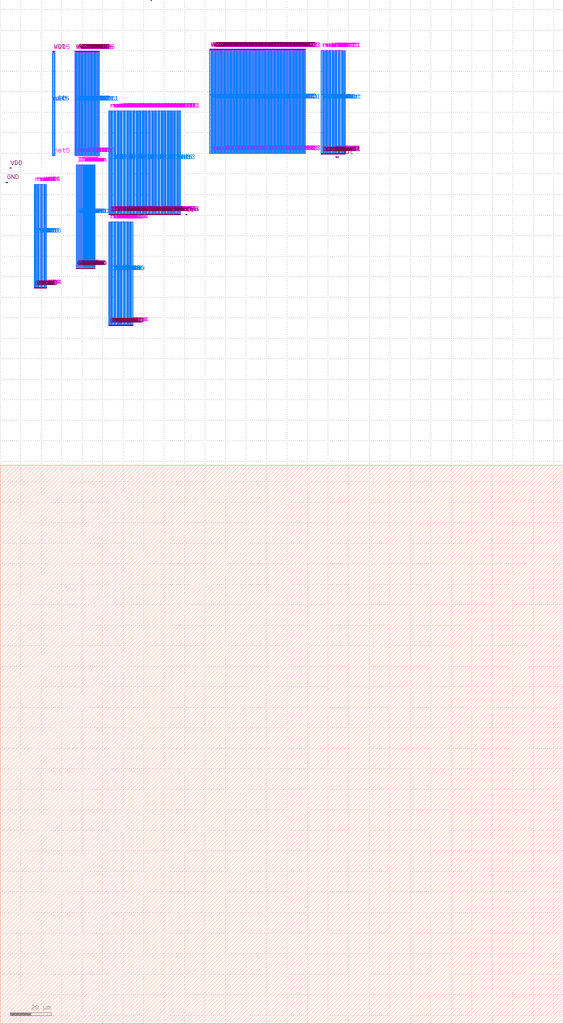
<source format=lef>
VERSION 5.7 ;
BUSBITCHARS "[]" ;
DIVIDERCHAR "/" ;

PROPERTYDEFINITIONS
  MACRO lastSavedExtractCounter INTEGER ;
  LAYER LEF58_TYPE STRING ;
  LAYER LEF58_SPACING STRING ;
  LAYER LEF58_WIDTH STRING ;
END PROPERTYDEFINITIONS

UNITS
  TIME NANOSECONDS 1 ;
  CAPACITANCE PICOFARADS 1 ;
  RESISTANCE OHMS 1 ;
  DATABASE MICRONS 1000 ;
END UNITS
MANUFACTURINGGRID 0.005 ;
LAYER OVERLAP
  TYPE OVERLAP ;
END OVERLAP

LAYER pwell
  TYPE MASTERSLICE ;
  PROPERTY LEF58_TYPE "TYPE PWELL ;" ;
END pwell

LAYER nwell
  TYPE MASTERSLICE ;
  PROPERTY LEF58_TYPE "TYPE NWELL ;" ;
  PROPERTY LEF58_SPACING "SPACING 1.27 ;" ;
  PROPERTY LEF58_WIDTH "WIDTH 0.84 ;" ;
END nwell

LAYER diff
  TYPE MASTERSLICE ;
  PROPERTY LEF58_TYPE "TYPE DIFFUSION ;" ;
  PROPERTY LEF58_SPACING "SPACING 0.27 ;" ;
  PROPERTY LEF58_WIDTH "WIDTH 0.15 ;" ;
END diff

LAYER tap
  TYPE MASTERSLICE ;
  PROPERTY LEF58_TYPE "TYPE DIFFUSION ;" ;
  PROPERTY LEF58_SPACING "SPACING 0.27 ;" ;
  PROPERTY LEF58_WIDTH "WIDTH 0.15 ;" ;
END tap

LAYER nsdm
  TYPE IMPLANT ;
  WIDTH 0.38 ;
  SPACING 0.38 ;
  AREA 0.265 ;
END nsdm

LAYER psdm
  TYPE IMPLANT ;
  WIDTH 0.38 ;
  SPACING 0.38 ;
  AREA 0.255 ;
END psdm

LAYER poly
  TYPE MASTERSLICE ;
END poly

LAYER npc
  TYPE CUT ;
  SPACING 0.27 ;
  WIDTH 0.27 ;
  ANTENNAMODEL OXIDE1 ;
END npc

LAYER licon1
  TYPE MASTERSLICE ;
  PROPERTY LEF58_TYPE "TYPE MEOL ;" ;
END licon1

LAYER li1
  TYPE ROUTING ;
  DIRECTION HORIZONTAL ;
  WIDTH 0.17 ;
  AREA 0.056 ;
  SPACING 0.17 ;
  SPACING 0.17 SAMENET ;
  RESISTANCE RPERSQ 12.2 ;
  CAPACITANCE CPERSQDIST 3.69e-05 ;
  THICKNESS 0.1 ;
  EDGECAPACITANCE 3.26e-06 ;
  ANTENNAMODEL OXIDE1 ;
    ANTENNASIDEAREARATIO 75 ;
    ANTENNADIFFSIDEAREARATIO PWL ( ( 0 75 ) ( 0.0125 75 ) ( 0.0225 85.125 ) ( 22.5 10200 ) ) ;
END li1

LAYER mcon
  TYPE CUT ;
  SPACING 0.19 ;
  WIDTH 0.17 ;
  ENCLOSURE BELOW 0 0 ;
  ENCLOSURE ABOVE 0.03 0.06 ;
  ANTENNAMODEL OXIDE1 ;
    ANTENNAAREARATIO 3 ;
    ANTENNADIFFAREARATIO PWL ( ( 0 3 ) ( 0.0125 3 ) ( 0.0225 3.405 ) ( 22.5 408 ) ) ;
  DCCURRENTDENSITY AVERAGE 0.36 ;
END mcon

LAYER met1
  TYPE ROUTING ;
  DIRECTION HORIZONTAL ;
  PITCH 0.28 0.28 ;
  WIDTH 0.14 ;
  OFFSET 0.14 0.14 ;
  AREA 0.083 ;
  SPACING 0.14 ;
  SPACING 0.28 RANGE 3.005 10000 ;
  SPACING 0.14 SAMENET ;
  SPACING 0.28 RANGE 3.005 10000 INFLUENCE 0.28 ;
  MAXWIDTH 4 ;
  MINENCLOSEDAREA 0.14 ;
  RESISTANCE RPERSQ 0.125 ;
  CAPACITANCE CPERSQDIST 2.58e-05 ;
  THICKNESS 0.35 ;
  EDGECAPACITANCE 1.79e-06 ;
  ANTENNAMODEL OXIDE1 ;
    ANTENNASIDEAREARATIO 400 ;
    ANTENNADIFFSIDEAREARATIO PWL ( ( 0 400 ) ( 0.0125 400 ) ( 0.0225 2609 ) ( 22.5 11600 ) ) ;
  ACCURRENTDENSITY RMS 6.1 ;
  DCCURRENTDENSITY AVERAGE 2.8 ;
END met1

LAYER via
  TYPE CUT ;
  SPACING 0.17 ;
  WIDTH 0.15 ;
  ENCLOSURE BELOW 0.055 0.085 ;
  ENCLOSURE ABOVE 0.055 0.085 ;
  ANTENNAMODEL OXIDE1 ;
    ANTENNAAREARATIO 6 ;
    ANTENNADIFFAREARATIO PWL ( ( 0 6 ) ( 0.0125 6 ) ( 0.0225 6.81 ) ( 22.5 816 ) ) ;
  DCCURRENTDENSITY AVERAGE 0.29 ;
END via

LAYER met2
  TYPE ROUTING ;
  DIRECTION VERTICAL ;
  PITCH 0.28 0.28 ;
  WIDTH 0.14 ;
  OFFSET 0.14 0.14 ;
  AREA 0.0676 ;
  SPACING 0.14 ;
  SPACING 0.28 RANGE 3.005 10000 ;
  SPACING 0.14 SAMENET ;
  SPACING 0.28 RANGE 3.005 10000 INFLUENCE 0.28 ;
  MAXWIDTH 4 ;
  MINENCLOSEDAREA 0.14 ;
  RESISTANCE RPERSQ 0.125 ;
  CAPACITANCE CPERSQDIST 1.75e-05 ;
  THICKNESS 0.35 ;
  EDGECAPACITANCE 1.22e-06 ;
  ANTENNAMODEL OXIDE1 ;
    ANTENNASIDEAREARATIO 400 ;
    ANTENNADIFFSIDEAREARATIO PWL ( ( 0 400 ) ( 0.0125 400 ) ( 0.0225 2609 ) ( 22.5 11600 ) ) ;
  ACCURRENTDENSITY RMS 6.1 ;
  DCCURRENTDENSITY AVERAGE 2.8 ;
END met2

LAYER via2
  TYPE CUT ;
  SPACING 0.2 ;
  WIDTH 0.2 ;
  ENCLOSURE BELOW 0.04 0.085 ;
  ENCLOSURE ABOVE 0.065 0.065 ;
  ANTENNAMODEL OXIDE1 ;
    ANTENNAAREARATIO 6 ;
    ANTENNADIFFAREARATIO PWL ( ( 0 6 ) ( 0.0125 6 ) ( 0.0225 6.81 ) ( 22.5 816 ) ) ;
  DCCURRENTDENSITY AVERAGE 0.48 ;
END via2

LAYER met3
  TYPE ROUTING ;
  DIRECTION HORIZONTAL ;
  PITCH 0.6 0.6 ;
  WIDTH 0.3 ;
  OFFSET 0.3 0.3 ;
  AREA 0.24 ;
  SPACING 0.3 ;
  SPACING 0.4 RANGE 3.005 10000 ;
  SPACING 0.3 SAMENET ;
  SPACING 0.4 RANGE 3.005 10000 INFLUENCE 0.4 ;
  MAXWIDTH 4 ;
  MINENCLOSEDAREA 0.2 ;
  RESISTANCE RPERSQ 0.047 ;
  CAPACITANCE CPERSQDIST 1.26e-05 ;
  THICKNESS 0.8 ;
  EDGECAPACITANCE 1.86e-06 ;
  ANTENNAMODEL OXIDE1 ;
    ANTENNASIDEAREARATIO 400 ;
    ANTENNADIFFSIDEAREARATIO PWL ( ( 0 400 ) ( 0.0125 400 ) ( 0.0225 2609 ) ( 22.5 11600 ) ) ;
  ACCURRENTDENSITY RMS 14.9 ;
  DCCURRENTDENSITY AVERAGE 6.8 ;
END met3

LAYER via3
  TYPE CUT ;
  SPACING 0.2 ;
  WIDTH 0.2 ;
  ENCLOSURE BELOW 0.06 0.09 ;
  ENCLOSURE ABOVE 0.065 0.065 ;
  ANTENNAMODEL OXIDE1 ;
    ANTENNAAREARATIO 6 ;
    ANTENNADIFFAREARATIO PWL ( ( 0 6 ) ( 0.0125 6 ) ( 0.0225 6.81 ) ( 22.5 816 ) ) ;
  DCCURRENTDENSITY AVERAGE 0.48 ;
END via3

LAYER met4
  TYPE ROUTING ;
  DIRECTION VERTICAL ;
  PITCH 0.6 0.6 ;
  WIDTH 0.3 ;
  OFFSET 0.3 0.3 ;
  AREA 0.24 ;
  SPACING 0.3 ;
  SPACING 0.4 RANGE 3.005 10000 ;
  SPACING 0.3 SAMENET ;
  SPACING 0.4 RANGE 3.005 10000 INFLUENCE 0.4 ;
  MAXWIDTH 10 ;
  MINENCLOSEDAREA 0.2 ;
  RESISTANCE RPERSQ 0.047 ;
  CAPACITANCE CPERSQDIST 8.67e-06 ;
  THICKNESS 0.8 ;
  EDGECAPACITANCE 1.29e-06 ;
  ANTENNAMODEL OXIDE1 ;
    ANTENNASIDEAREARATIO 400 ;
    ANTENNADIFFSIDEAREARATIO PWL ( ( 0 400 ) ( 0.0125 400 ) ( 0.0225 2609 ) ( 22.5 11600 ) ) ;
  ACCURRENTDENSITY RMS 14.9 ;
  DCCURRENTDENSITY AVERAGE 6.8 ;
END met4

LAYER via4
  TYPE CUT ;
  SPACING 0.8 ;
  WIDTH 0.8 ;
  ENCLOSURE BELOW 0.19 0.19 ;
  ENCLOSURE ABOVE 0.31 0.31 ;
  ANTENNAMODEL OXIDE1 ;
    ANTENNAAREARATIO 6 ;
    ANTENNADIFFAREARATIO PWL ( ( 0 6 ) ( 0.0125 6 ) ( 0.0225 6.81 ) ( 22.5 816 ) ) ;
  DCCURRENTDENSITY AVERAGE 2.49 ;
END via4

LAYER met5
  TYPE ROUTING ;
  DIRECTION HORIZONTAL ;
  PITCH 3.2 3.2 ;
  WIDTH 1.6 ;
  OFFSET 1.6 1.6 ;
  AREA 4 ;
  SPACING 1.6 ;
  SPACING 1.6 SAMENET ;
  RESISTANCE RPERSQ 0.0285 ;
  CAPACITANCE CPERSQDIST 6.48e-06 ;
  THICKNESS 1.2 ;
  EDGECAPACITANCE 4.96e-06 ;
  ANTENNAMODEL OXIDE1 ;
    ANTENNASIDEAREARATIO 400 ;
    ANTENNADIFFSIDEAREARATIO PWL ( ( 0 400 ) ( 0.0125 400 ) ( 0.0225 2609 ) ( 22.5 11600 ) ) ;
  ACCURRENTDENSITY RMS 22.34 ;
  DCCURRENTDENSITY AVERAGE 10.17 ;
END met5

LAYER rdl
  TYPE ROUTING ;
  DIRECTION HORIZONTAL ;
  WIDTH 10 ;
  SPACING 10 ;
  RESISTANCE RPERSQ 0.005 ;
  CAPACITANCE CPERSQDIST 2.66e-06 ;
  THICKNESS 2 ;
  EDGECAPACITANCE 6.2e-06 ;
  ANTENNAMODEL OXIDE1 ;
END rdl

VIARULE M4M5_C GENERATE DEFAULT
  LAYER met5 ;
    ENCLOSURE 0.31 0.31 ;
  LAYER met4 ;
    ENCLOSURE 0.19 0.19 ;
  LAYER via4 ;
    RECT -0.4 -0.4 0.4 0.4 ;
    SPACING 1.6 BY 1.6 ;
    RESISTANCE 0.380000 ;
END M4M5_C

VIARULE M3M4_C GENERATE DEFAULT
  LAYER met4 ;
    ENCLOSURE 0.065 0.065 ;
  LAYER met3 ;
    ENCLOSURE 0.06 0.09 ;
  LAYER via3 ;
    RECT -0.1 -0.1 0.1 0.1 ;
    SPACING 0.4 BY 0.4 ;
    RESISTANCE 3.410000 ;
END M3M4_C

VIARULE M2M3_C GENERATE DEFAULT
  LAYER met3 ;
    ENCLOSURE 0.065 0.065 ;
  LAYER met2 ;
    ENCLOSURE 0.04 0.085 ;
  LAYER via2 ;
    RECT -0.1 -0.1 0.1 0.1 ;
    SPACING 0.4 BY 0.4 ;
    RESISTANCE 3.410000 ;
END M2M3_C

VIARULE M1M2_C GENERATE DEFAULT
  LAYER met2 ;
    ENCLOSURE 0.055 0.085 ;
  LAYER met1 ;
    ENCLOSURE 0.055 0.085 ;
  LAYER via ;
    RECT -0.075 -0.075 0.075 0.075 ;
    SPACING 0.32 BY 0.32 ;
    RESISTANCE 4.500000 ;
END M1M2_C

VIARULE L1M1_C GENERATE DEFAULT
  LAYER met1 ;
    ENCLOSURE 0.03 0.06 ;
  LAYER li1 ;
    ENCLOSURE 0 0.08 ;
  LAYER mcon ;
    RECT -0.085 -0.085 0.085 0.085 ;
    SPACING 0.36 BY 0.36 ;
    RESISTANCE 9.300000 ;
END L1M1_C

VIA L1M1_C_0
  VIARULE L1M1_C ;
  CUTSIZE 0.17 0.17 ;
  LAYERS li1 mcon met1 ;
  CUTSPACING 0.19 0.19 ;
  ENCLOSURE 0 0.08 0.03 0.06 ;
  ROWCOL 1 1 ;
END L1M1_C_0

VIA L1M1_C_1
  VIARULE L1M1_C ;
  CUTSIZE 0.17 0.17 ;
  LAYERS li1 mcon met1 ;
  CUTSPACING 0.19 0.19 ;
  ENCLOSURE 0 0.08 0.03 0.06 ;
  ROWCOL 1 1 ;
END L1M1_C_1

VIA M1M2_C_2
  VIARULE M1M2_C ;
  CUTSIZE 0.15 0.15 ;
  LAYERS met1 via met2 ;
  CUTSPACING 0.17 0.17 ;
  ENCLOSURE 0.055 0.085 0.055 0.085 ;
  ROWCOL 1 1 ;
END M1M2_C_2

VIA M1M2_C_3
  VIARULE M1M2_C ;
  CUTSIZE 0.15 0.15 ;
  LAYERS met1 via met2 ;
  CUTSPACING 0.17 0.17 ;
  ENCLOSURE 0.055 0.085 0.055 0.085 ;
  ROWCOL 1 1 ;
END M1M2_C_3

VIA L1M1_C_4
  VIARULE L1M1_C ;
  CUTSIZE 0.17 0.17 ;
  LAYERS li1 mcon met1 ;
  CUTSPACING 0.19 0.19 ;
  ENCLOSURE 0 0.08 0.045 0.075 ;
  ROWCOL 1 1 ;
END L1M1_C_4

MACRO TIA
  ORIGIN 0 234.115 ;
  FOREIGN TIA 0 -234.115 ;
  SIZE 274.69 BY 272.25 ;
  PIN Iin
    DIRECTION INPUT ;
    USE SIGNAL ;
    PORT
      LAYER diff ;
        RECT 63.93 106.57 64.195 156.57 ;
      LAYER li1 ;
        RECT 63.97 106.57 64.14 156.57 ;
    END
    PORT
      LAYER diff ;
        RECT 63.915 106.57 64.18 156.57 ;
      LAYER li1 ;
        RECT 63.97 106.57 64.14 156.57 ;
    END
    PORT
      LAYER diff ;
        RECT 62.77 106.57 63.035 156.57 ;
      LAYER li1 ;
        RECT 62.81 106.57 62.98 156.57 ;
    END
    PORT
      LAYER diff ;
        RECT 62.755 106.57 63.02 156.57 ;
      LAYER li1 ;
        RECT 62.81 106.57 62.98 156.57 ;
    END
    PORT
      LAYER diff ;
        RECT 61.61 106.57 61.875 156.57 ;
      LAYER li1 ;
        RECT 61.65 106.57 61.82 156.57 ;
    END
    PORT
      LAYER diff ;
        RECT 61.595 106.57 61.86 156.57 ;
      LAYER li1 ;
        RECT 61.65 106.57 61.82 156.57 ;
    END
    PORT
      LAYER diff ;
        RECT 60.45 106.57 60.715 156.57 ;
      LAYER li1 ;
        RECT 60.49 106.57 60.66 156.57 ;
    END
    PORT
      LAYER diff ;
        RECT 60.435 106.57 60.7 156.57 ;
      LAYER li1 ;
        RECT 60.49 106.57 60.66 156.57 ;
    END
    PORT
      LAYER diff ;
        RECT 59.29 106.57 59.555 156.57 ;
      LAYER li1 ;
        RECT 59.33 106.57 59.5 156.57 ;
    END
    PORT
      LAYER diff ;
        RECT 59.275 106.57 59.54 156.57 ;
      LAYER li1 ;
        RECT 59.33 106.57 59.5 156.57 ;
    END
    PORT
      LAYER diff ;
        RECT 58.34 106.57 58.395 156.57 ;
    END
    PORT
      LAYER diff ;
        RECT 58.115 106.57 58.34 156.57 ;
      LAYER li1 ;
        RECT 58.17 106.57 58.34 156.57 ;
    END
    PORT
      LAYER diff ;
        RECT 57.18 106.57 57.235 156.57 ;
    END
    PORT
      LAYER diff ;
        RECT 56.955 106.57 57.18 156.57 ;
      LAYER li1 ;
        RECT 57.01 106.57 57.18 156.57 ;
    END
    PORT
      LAYER diff ;
        RECT 56.02 106.57 56.075 156.57 ;
    END
    PORT
      LAYER diff ;
        RECT 55.795 106.57 56.02 156.57 ;
      LAYER li1 ;
        RECT 55.85 106.57 56.02 156.57 ;
    END
    PORT
      LAYER diff ;
        RECT 54.86 106.57 54.915 156.57 ;
    END
    PORT
      LAYER diff ;
        RECT 54.635 106.57 54.86 156.57 ;
      LAYER li1 ;
        RECT 54.69 106.57 54.86 156.57 ;
    END
    PORT
      LAYER diff ;
        RECT 53.7 106.57 53.755 156.57 ;
    END
    PORT
      LAYER diff ;
        RECT 53.475 106.57 53.7 156.57 ;
      LAYER li1 ;
        RECT 53.53 106.57 53.7 156.57 ;
    END
    PORT
      LAYER met1 ;
        RECT 87.135 160.13 87.945 160.4 ;
    END
    PORT
      LAYER diff ;
        RECT 87.69 160.76 87.955 210.76 ;
      LAYER li1 ;
        RECT 87.745 160.76 87.915 210.76 ;
    END
    PORT
      LAYER met1 ;
        RECT 86.555 160.13 87.365 160.4 ;
    END
    PORT
      LAYER diff ;
        RECT 86.545 160.76 86.81 210.76 ;
      LAYER li1 ;
        RECT 86.585 160.76 86.755 210.76 ;
    END
    PORT
      LAYER met1 ;
        RECT 85.975 160.13 86.785 160.4 ;
    END
    PORT
      LAYER diff ;
        RECT 86.53 160.76 86.795 210.76 ;
      LAYER li1 ;
        RECT 86.585 160.76 86.755 210.76 ;
    END
    PORT
      LAYER met1 ;
        RECT 85.395 160.13 86.205 160.4 ;
    END
    PORT
      LAYER diff ;
        RECT 85.385 160.76 85.65 210.76 ;
      LAYER li1 ;
        RECT 85.425 160.76 85.595 210.76 ;
    END
    PORT
      LAYER met1 ;
        RECT 84.815 160.13 85.625 160.4 ;
    END
    PORT
      LAYER diff ;
        RECT 85.37 160.76 85.635 210.76 ;
      LAYER li1 ;
        RECT 85.425 160.76 85.595 210.76 ;
    END
    PORT
      LAYER met1 ;
        RECT 84.235 160.13 85.045 160.4 ;
    END
    PORT
      LAYER diff ;
        RECT 84.225 160.76 84.49 210.76 ;
      LAYER li1 ;
        RECT 84.265 160.76 84.435 210.76 ;
    END
    PORT
      LAYER met1 ;
        RECT 83.655 160.13 84.465 160.4 ;
    END
    PORT
      LAYER diff ;
        RECT 84.21 160.76 84.475 210.76 ;
      LAYER li1 ;
        RECT 84.265 160.76 84.435 210.76 ;
    END
    PORT
      LAYER met1 ;
        RECT 83.075 160.13 83.885 160.4 ;
    END
    PORT
      LAYER diff ;
        RECT 83.065 160.76 83.33 210.76 ;
      LAYER li1 ;
        RECT 83.105 160.76 83.275 210.76 ;
    END
    PORT
      LAYER met1 ;
        RECT 82.495 160.13 83.305 160.4 ;
    END
    PORT
      LAYER diff ;
        RECT 83.05 160.76 83.315 210.76 ;
      LAYER li1 ;
        RECT 83.105 160.76 83.275 210.76 ;
    END
    PORT
      LAYER met1 ;
        RECT 81.915 160.13 82.725 160.4 ;
    END
    PORT
      LAYER diff ;
        RECT 81.905 160.76 82.17 210.76 ;
      LAYER li1 ;
        RECT 81.945 160.76 82.115 210.76 ;
    END
    PORT
      LAYER met1 ;
        RECT 81.335 160.13 82.145 160.4 ;
    END
    PORT
      LAYER diff ;
        RECT 81.89 160.76 82.155 210.76 ;
      LAYER li1 ;
        RECT 81.945 160.76 82.115 210.76 ;
    END
    PORT
      LAYER met1 ;
        RECT 80.755 160.13 81.565 160.4 ;
    END
    PORT
      LAYER diff ;
        RECT 80.745 160.76 81.01 210.76 ;
      LAYER li1 ;
        RECT 80.785 160.76 80.955 210.76 ;
    END
    PORT
      LAYER met1 ;
        RECT 80.175 160.13 80.985 160.4 ;
    END
    PORT
      LAYER diff ;
        RECT 80.73 160.76 80.995 210.76 ;
      LAYER li1 ;
        RECT 80.785 160.76 80.955 210.76 ;
    END
    PORT
      LAYER met1 ;
        RECT 79.595 160.13 80.405 160.4 ;
    END
    PORT
      LAYER diff ;
        RECT 79.585 160.76 79.85 210.76 ;
      LAYER li1 ;
        RECT 79.625 160.76 79.795 210.76 ;
    END
    PORT
      LAYER met1 ;
        RECT 79.015 160.13 79.825 160.4 ;
    END
    PORT
      LAYER diff ;
        RECT 79.57 160.76 79.835 210.76 ;
      LAYER li1 ;
        RECT 79.625 160.76 79.795 210.76 ;
    END
    PORT
      LAYER met1 ;
        RECT 78.435 160.13 79.245 160.4 ;
    END
    PORT
      LAYER diff ;
        RECT 78.425 160.76 78.69 210.76 ;
      LAYER li1 ;
        RECT 78.465 160.76 78.635 210.76 ;
    END
    PORT
      LAYER met1 ;
        RECT 77.855 160.13 78.665 160.4 ;
    END
    PORT
      LAYER diff ;
        RECT 78.41 160.76 78.675 210.76 ;
      LAYER li1 ;
        RECT 78.465 160.76 78.635 210.76 ;
    END
    PORT
      LAYER met1 ;
        RECT 77.275 160.13 78.085 160.4 ;
    END
    PORT
      LAYER diff ;
        RECT 77.265 160.76 77.53 210.76 ;
      LAYER li1 ;
        RECT 77.305 160.76 77.475 210.76 ;
    END
    PORT
      LAYER met1 ;
        RECT 76.695 160.13 77.505 160.4 ;
    END
    PORT
      LAYER diff ;
        RECT 77.25 160.76 77.515 210.76 ;
      LAYER li1 ;
        RECT 77.305 160.76 77.475 210.76 ;
    END
    PORT
      LAYER met1 ;
        RECT 76.115 160.13 76.925 160.4 ;
    END
    PORT
      LAYER diff ;
        RECT 76.105 160.76 76.37 210.76 ;
      LAYER li1 ;
        RECT 76.145 160.76 76.315 210.76 ;
    END
    PORT
      LAYER met1 ;
        RECT 75.535 160.13 76.345 160.4 ;
    END
    PORT
      LAYER diff ;
        RECT 76.09 160.76 76.355 210.76 ;
      LAYER li1 ;
        RECT 76.145 160.76 76.315 210.76 ;
    END
    PORT
      LAYER met1 ;
        RECT 74.955 160.13 75.765 160.4 ;
    END
    PORT
      LAYER diff ;
        RECT 74.945 160.76 75.21 210.76 ;
      LAYER li1 ;
        RECT 74.985 160.76 75.155 210.76 ;
    END
    PORT
      LAYER met1 ;
        RECT 74.375 160.13 75.185 160.4 ;
    END
    PORT
      LAYER diff ;
        RECT 74.93 160.76 75.195 210.76 ;
      LAYER li1 ;
        RECT 74.985 160.76 75.155 210.76 ;
    END
    PORT
      LAYER met1 ;
        RECT 73.795 160.13 74.605 160.4 ;
    END
    PORT
      LAYER diff ;
        RECT 73.785 160.76 74.05 210.76 ;
      LAYER li1 ;
        RECT 73.825 160.76 73.995 210.76 ;
    END
    PORT
      LAYER met1 ;
        RECT 73.215 160.13 74.025 160.4 ;
    END
    PORT
      LAYER diff ;
        RECT 73.77 160.76 74.035 210.76 ;
      LAYER li1 ;
        RECT 73.825 160.76 73.995 210.76 ;
    END
    PORT
      LAYER met1 ;
        RECT 72.635 160.13 73.445 160.4 ;
    END
    PORT
      LAYER diff ;
        RECT 72.625 160.76 72.89 210.76 ;
      LAYER li1 ;
        RECT 72.665 160.76 72.835 210.76 ;
    END
    PORT
      LAYER met1 ;
        RECT 72.055 160.13 72.865 160.4 ;
    END
    PORT
      LAYER diff ;
        RECT 72.61 160.76 72.875 210.76 ;
      LAYER li1 ;
        RECT 72.665 160.76 72.835 210.76 ;
    END
    PORT
      LAYER met1 ;
        RECT 71.475 160.13 72.285 160.4 ;
    END
    PORT
      LAYER diff ;
        RECT 71.465 160.76 71.73 210.76 ;
      LAYER li1 ;
        RECT 71.505 160.76 71.675 210.76 ;
    END
    PORT
      LAYER met1 ;
        RECT 70.895 160.13 71.705 160.4 ;
    END
    PORT
      LAYER diff ;
        RECT 71.45 160.76 71.715 210.76 ;
      LAYER li1 ;
        RECT 71.505 160.76 71.675 210.76 ;
    END
    PORT
      LAYER met1 ;
        RECT 70.315 160.13 71.125 160.4 ;
    END
    PORT
      LAYER diff ;
        RECT 70.305 160.76 70.57 210.76 ;
      LAYER li1 ;
        RECT 70.345 160.76 70.515 210.76 ;
    END
    PORT
      LAYER met1 ;
        RECT 69.735 160.13 70.545 160.4 ;
    END
    PORT
      LAYER diff ;
        RECT 70.29 160.76 70.555 210.76 ;
      LAYER li1 ;
        RECT 70.345 160.76 70.515 210.76 ;
    END
    PORT
      LAYER met1 ;
        RECT 69.155 160.13 69.965 160.4 ;
    END
    PORT
      LAYER diff ;
        RECT 69.145 160.76 69.41 210.76 ;
      LAYER li1 ;
        RECT 69.185 160.76 69.355 210.76 ;
    END
    PORT
      LAYER met1 ;
        RECT 68.575 160.13 69.385 160.4 ;
    END
    PORT
      LAYER diff ;
        RECT 69.13 160.76 69.395 210.76 ;
      LAYER li1 ;
        RECT 69.185 160.76 69.355 210.76 ;
    END
    PORT
      LAYER met1 ;
        RECT 67.995 160.13 68.805 160.4 ;
    END
    PORT
      LAYER diff ;
        RECT 67.985 160.76 68.25 210.76 ;
      LAYER li1 ;
        RECT 68.025 160.76 68.195 210.76 ;
    END
    PORT
      LAYER met1 ;
        RECT 67.415 160.13 68.225 160.4 ;
    END
    PORT
      LAYER diff ;
        RECT 67.97 160.76 68.235 210.76 ;
      LAYER li1 ;
        RECT 68.025 160.76 68.195 210.76 ;
    END
    PORT
      LAYER met1 ;
        RECT 66.835 160.13 67.645 160.4 ;
    END
    PORT
      LAYER diff ;
        RECT 66.825 160.76 67.09 210.76 ;
      LAYER li1 ;
        RECT 66.865 160.76 67.035 210.76 ;
    END
    PORT
      LAYER met1 ;
        RECT 66.255 160.13 67.065 160.4 ;
    END
    PORT
      LAYER diff ;
        RECT 66.81 160.76 67.075 210.76 ;
      LAYER li1 ;
        RECT 66.865 160.76 67.035 210.76 ;
    END
    PORT
      LAYER met1 ;
        RECT 65.675 160.13 66.485 160.4 ;
    END
    PORT
      LAYER diff ;
        RECT 65.665 160.76 65.93 210.76 ;
      LAYER li1 ;
        RECT 65.705 160.76 65.875 210.76 ;
    END
    PORT
      LAYER met1 ;
        RECT 65.095 160.13 65.905 160.4 ;
    END
    PORT
      LAYER diff ;
        RECT 65.65 160.76 65.915 210.76 ;
      LAYER li1 ;
        RECT 65.705 160.76 65.875 210.76 ;
    END
    PORT
      LAYER met1 ;
        RECT 64.515 160.13 65.325 160.4 ;
    END
    PORT
      LAYER diff ;
        RECT 64.505 160.76 64.77 210.76 ;
      LAYER li1 ;
        RECT 64.545 160.76 64.715 210.76 ;
    END
    PORT
      LAYER met1 ;
        RECT 63.935 160.13 64.745 160.4 ;
    END
    PORT
      LAYER diff ;
        RECT 64.49 160.76 64.755 210.76 ;
      LAYER li1 ;
        RECT 64.545 160.76 64.715 210.76 ;
    END
    PORT
      LAYER met1 ;
        RECT 63.355 160.13 64.165 160.4 ;
    END
    PORT
      LAYER diff ;
        RECT 63.345 160.76 63.61 210.76 ;
      LAYER li1 ;
        RECT 63.385 160.76 63.555 210.76 ;
    END
    PORT
      LAYER met1 ;
        RECT 62.775 160.13 63.585 160.4 ;
    END
    PORT
      LAYER diff ;
        RECT 63.33 160.76 63.595 210.76 ;
      LAYER li1 ;
        RECT 63.385 160.76 63.555 210.76 ;
    END
    PORT
      LAYER met1 ;
        RECT 62.195 160.13 63.005 160.4 ;
    END
    PORT
      LAYER diff ;
        RECT 62.185 160.76 62.45 210.76 ;
      LAYER li1 ;
        RECT 62.225 160.76 62.395 210.76 ;
    END
    PORT
      LAYER met1 ;
        RECT 61.615 160.13 62.425 160.4 ;
    END
    PORT
      LAYER diff ;
        RECT 62.17 160.76 62.435 210.76 ;
      LAYER li1 ;
        RECT 62.225 160.76 62.395 210.76 ;
    END
    PORT
      LAYER met1 ;
        RECT 61.035 160.13 61.845 160.4 ;
    END
    PORT
      LAYER diff ;
        RECT 61.025 160.76 61.29 210.76 ;
      LAYER li1 ;
        RECT 61.065 160.76 61.235 210.76 ;
    END
    PORT
      LAYER met1 ;
        RECT 60.455 160.13 61.265 160.4 ;
    END
    PORT
      LAYER diff ;
        RECT 61.01 160.76 61.275 210.76 ;
      LAYER li1 ;
        RECT 61.065 160.76 61.235 210.76 ;
    END
    PORT
      LAYER met1 ;
        RECT 59.875 160.13 60.685 160.4 ;
    END
    PORT
      LAYER diff ;
        RECT 59.865 160.76 60.13 210.76 ;
      LAYER li1 ;
        RECT 59.905 160.76 60.075 210.76 ;
    END
    PORT
      LAYER met1 ;
        RECT 59.295 160.13 60.105 160.4 ;
    END
    PORT
      LAYER diff ;
        RECT 59.85 160.76 60.115 210.76 ;
      LAYER li1 ;
        RECT 59.905 160.76 60.075 210.76 ;
    END
    PORT
      LAYER met1 ;
        RECT 58.925 160.13 59.525 160.4 ;
    END
    PORT
      LAYER diff ;
        RECT 58.915 160.76 58.97 210.76 ;
    END
    PORT
      LAYER met1 ;
        RECT 58.345 160.13 58.905 160.4 ;
    END
    PORT
      LAYER diff ;
        RECT 58.69 160.76 58.915 210.76 ;
      LAYER li1 ;
        RECT 58.745 160.76 58.915 210.76 ;
    END
    PORT
      LAYER met1 ;
        RECT 57.765 160.13 58.325 160.4 ;
    END
    PORT
      LAYER diff ;
        RECT 57.755 160.76 57.81 210.76 ;
    END
    PORT
      LAYER met1 ;
        RECT 57.185 160.13 57.745 160.4 ;
    END
    PORT
      LAYER diff ;
        RECT 57.53 160.76 57.755 210.76 ;
      LAYER li1 ;
        RECT 57.585 160.76 57.755 210.76 ;
    END
    PORT
      LAYER met1 ;
        RECT 56.605 160.13 57.165 160.4 ;
    END
    PORT
      LAYER diff ;
        RECT 56.595 160.76 56.65 210.76 ;
    END
    PORT
      LAYER met1 ;
        RECT 56.025 160.13 56.585 160.4 ;
    END
    PORT
      LAYER diff ;
        RECT 56.37 160.76 56.595 210.76 ;
      LAYER li1 ;
        RECT 56.425 160.76 56.595 210.76 ;
    END
    PORT
      LAYER met1 ;
        RECT 55.445 160.13 56.005 160.4 ;
    END
    PORT
      LAYER diff ;
        RECT 55.435 160.76 55.49 210.76 ;
    END
    PORT
      LAYER met1 ;
        RECT 54.865 160.13 55.425 160.4 ;
    END
    PORT
      LAYER diff ;
        RECT 55.21 160.76 55.435 210.76 ;
      LAYER li1 ;
        RECT 55.265 160.76 55.435 210.76 ;
    END
    PORT
      LAYER met1 ;
        RECT 54.285 160.13 54.845 160.4 ;
    END
    PORT
      LAYER diff ;
        RECT 54.275 160.76 54.33 210.76 ;
    END
    PORT
      LAYER met1 ;
        RECT 53.705 160.13 54.265 160.4 ;
    END
    PORT
      LAYER diff ;
        RECT 54.05 160.76 54.275 210.76 ;
      LAYER li1 ;
        RECT 54.105 160.76 54.275 210.76 ;
    END
    PORT
      LAYER met1 ;
        RECT 52.915 160.13 53.685 160.4 ;
    END
    PORT
      LAYER diff ;
        RECT 52.905 160.76 53.17 210.76 ;
      LAYER li1 ;
        RECT 52.945 160.76 53.115 210.76 ;
    END
    PORT
      LAYER poly ;
        RECT 45.845 184.55 46.045 184.605 ;
    END
    PORT
      LAYER poly ;
        RECT 45.845 134.305 46.045 134.36 ;
    END
    PORT
      LAYER poly ;
        RECT 45.365 184.55 45.565 184.605 ;
    END
    PORT
      LAYER poly ;
        RECT 45.365 134.305 45.565 134.36 ;
    END
    PORT
      LAYER poly ;
        RECT 44.885 184.55 45.085 184.605 ;
    END
    PORT
      LAYER poly ;
        RECT 44.885 134.305 45.085 134.36 ;
    END
    PORT
      LAYER poly ;
        RECT 44.405 184.55 44.605 184.605 ;
    END
    PORT
      LAYER poly ;
        RECT 44.405 134.305 44.605 134.36 ;
    END
    PORT
      LAYER poly ;
        RECT 43.925 184.55 44.125 184.605 ;
    END
    PORT
      LAYER poly ;
        RECT 43.925 134.305 44.125 134.36 ;
    END
    PORT
      LAYER poly ;
        RECT 43.445 184.55 43.645 184.605 ;
    END
    PORT
      LAYER poly ;
        RECT 43.445 134.305 43.645 134.36 ;
    END
    PORT
      LAYER poly ;
        RECT 42.005 184.55 42.205 184.605 ;
    END
    PORT
      LAYER poly ;
        RECT 42.005 134.305 42.205 134.36 ;
    END
    PORT
      LAYER poly ;
        RECT 41.525 184.55 41.725 184.605 ;
    END
    PORT
      LAYER poly ;
        RECT 41.525 134.305 41.725 134.36 ;
    END
    PORT
      LAYER poly ;
        RECT 41.045 184.55 41.245 184.605 ;
    END
    PORT
      LAYER poly ;
        RECT 41.045 134.305 41.245 134.36 ;
    END
    PORT
      LAYER poly ;
        RECT 40.565 184.55 40.765 184.605 ;
    END
    PORT
      LAYER poly ;
        RECT 40.565 134.305 40.765 134.36 ;
    END
    PORT
      LAYER poly ;
        RECT 40.085 184.55 40.285 184.605 ;
    END
    PORT
      LAYER poly ;
        RECT 40.085 134.305 40.285 134.36 ;
    END
    PORT
      LAYER poly ;
        RECT 39.605 184.55 39.805 184.605 ;
    END
    PORT
      LAYER poly ;
        RECT 39.605 134.305 39.805 134.36 ;
    END
    PORT
      LAYER poly ;
        RECT 39.125 184.55 39.325 184.605 ;
    END
    PORT
      LAYER poly ;
        RECT 39.125 134.305 39.325 134.36 ;
    END
    PORT
      LAYER poly ;
        RECT 38.645 184.55 38.845 184.605 ;
    END
    PORT
      LAYER poly ;
        RECT 38.645 134.305 38.845 134.36 ;
    END
    PORT
      LAYER poly ;
        RECT 38.165 184.55 38.365 184.605 ;
    END
    PORT
      LAYER poly ;
        RECT 38.165 134.305 38.365 134.36 ;
    END
    PORT
      LAYER poly ;
        RECT 37.685 184.55 37.885 184.605 ;
    END
    PORT
      LAYER poly ;
        RECT 37.685 134.305 37.885 134.36 ;
    END
    PORT
      LAYER poly ;
        RECT 42.485 184.55 42.685 184.605 ;
    END
    PORT
      LAYER poly ;
        RECT 42.485 134.305 42.685 134.36 ;
    END
    PORT
      LAYER poly ;
        RECT 42.965 184.55 43.165 184.605 ;
    END
    PORT
      LAYER poly ;
        RECT 42.965 134.305 43.165 134.36 ;
    END
    PORT
      LAYER poly ;
        RECT 37.205 184.55 37.405 184.605 ;
    END
    PORT
      LAYER poly ;
        RECT 37.205 134.305 37.405 134.36 ;
    END
    PORT
      LAYER met1 ;
        RECT 90.405 160.1 91.145 160.405 ;
    END
  END Iin
  PIN VDD
    DIRECTION INPUT ;
    USE POWER ;
    PORT
      LAYER met1 ;
        RECT 25.595 239.475 26.605 239.745 ;
      LAYER nwell ;
        RECT 25.405 188.945 26.795 239.935 ;
    END
    PORT
      LAYER diff ;
        RECT 26.35 189.125 26.615 239.125 ;
      LAYER li1 ;
        RECT 26.405 189.125 26.575 239.125 ;
    END
    PORT
      LAYER diff ;
        RECT 167.565 190.175 167.83 240.175 ;
      LAYER li1 ;
        RECT 167.605 190.175 167.775 240.175 ;
    END
    PORT
      LAYER diff ;
        RECT 167.55 190.175 167.815 240.175 ;
      LAYER li1 ;
        RECT 167.605 190.175 167.775 240.175 ;
    END
    PORT
      LAYER diff ;
        RECT 166.405 190.175 166.67 240.175 ;
      LAYER li1 ;
        RECT 166.445 190.175 166.615 240.175 ;
    END
    PORT
      LAYER diff ;
        RECT 166.39 190.175 166.655 240.175 ;
      LAYER li1 ;
        RECT 166.445 190.175 166.615 240.175 ;
    END
    PORT
      LAYER diff ;
        RECT 165.245 190.175 165.51 240.175 ;
      LAYER li1 ;
        RECT 165.285 190.175 165.455 240.175 ;
    END
    PORT
      LAYER diff ;
        RECT 165.23 190.175 165.495 240.175 ;
      LAYER li1 ;
        RECT 165.285 190.175 165.455 240.175 ;
    END
    PORT
      LAYER diff ;
        RECT 164.085 190.175 164.35 240.175 ;
      LAYER li1 ;
        RECT 164.125 190.175 164.295 240.175 ;
    END
    PORT
      LAYER diff ;
        RECT 164.07 190.175 164.335 240.175 ;
      LAYER li1 ;
        RECT 164.125 190.175 164.295 240.175 ;
    END
    PORT
      LAYER diff ;
        RECT 162.925 190.175 163.19 240.175 ;
      LAYER li1 ;
        RECT 162.965 190.175 163.135 240.175 ;
    END
    PORT
      LAYER diff ;
        RECT 162.91 190.175 163.175 240.175 ;
      LAYER li1 ;
        RECT 162.965 190.175 163.135 240.175 ;
    END
    PORT
      LAYER diff ;
        RECT 161.975 190.175 162.03 240.175 ;
    END
    PORT
      LAYER diff ;
        RECT 161.75 190.175 161.975 240.175 ;
      LAYER li1 ;
        RECT 161.805 190.175 161.975 240.175 ;
    END
    PORT
      LAYER diff ;
        RECT 160.815 190.175 160.87 240.175 ;
    END
    PORT
      LAYER diff ;
        RECT 160.59 190.175 160.815 240.175 ;
      LAYER li1 ;
        RECT 160.645 190.175 160.815 240.175 ;
    END
    PORT
      LAYER diff ;
        RECT 159.655 190.175 159.71 240.175 ;
    END
    PORT
      LAYER diff ;
        RECT 159.43 190.175 159.655 240.175 ;
      LAYER li1 ;
        RECT 159.485 190.175 159.655 240.175 ;
    END
    PORT
      LAYER diff ;
        RECT 158.495 190.175 158.55 240.175 ;
    END
    PORT
      LAYER diff ;
        RECT 158.27 190.175 158.495 240.175 ;
      LAYER li1 ;
        RECT 158.325 190.175 158.495 240.175 ;
    END
    PORT
      LAYER diff ;
        RECT 157.335 190.175 157.39 240.175 ;
    END
    PORT
      LAYER diff ;
        RECT 157.11 190.175 157.335 240.175 ;
      LAYER li1 ;
        RECT 157.165 190.175 157.335 240.175 ;
    END
    PORT
      LAYER met1 ;
        RECT 148.03 240.51 148.84 240.78 ;
      LAYER nwell ;
        RECT 147.84 189.98 149.03 240.97 ;
    END
    PORT
      LAYER diff ;
        RECT 148.585 190.16 148.85 240.16 ;
      LAYER li1 ;
        RECT 148.64 190.16 148.81 240.16 ;
    END
    PORT
      LAYER met1 ;
        RECT 147.45 240.51 148.26 240.78 ;
      LAYER nwell ;
        RECT 147.26 189.98 148.45 240.97 ;
    END
    PORT
      LAYER diff ;
        RECT 147.44 190.16 147.705 240.16 ;
      LAYER li1 ;
        RECT 147.48 190.16 147.65 240.16 ;
    END
    PORT
      LAYER met1 ;
        RECT 146.87 240.51 147.68 240.78 ;
      LAYER nwell ;
        RECT 146.68 189.98 147.87 240.97 ;
    END
    PORT
      LAYER diff ;
        RECT 147.425 190.16 147.69 240.16 ;
      LAYER li1 ;
        RECT 147.48 190.16 147.65 240.16 ;
    END
    PORT
      LAYER met1 ;
        RECT 146.29 240.51 147.1 240.78 ;
      LAYER nwell ;
        RECT 146.1 189.98 147.29 240.97 ;
    END
    PORT
      LAYER diff ;
        RECT 146.28 190.16 146.545 240.16 ;
      LAYER li1 ;
        RECT 146.32 190.16 146.49 240.16 ;
    END
    PORT
      LAYER met1 ;
        RECT 145.71 240.51 146.52 240.78 ;
      LAYER nwell ;
        RECT 145.52 189.98 146.71 240.97 ;
    END
    PORT
      LAYER diff ;
        RECT 146.265 190.16 146.53 240.16 ;
      LAYER li1 ;
        RECT 146.32 190.16 146.49 240.16 ;
    END
    PORT
      LAYER met1 ;
        RECT 145.13 240.51 145.94 240.78 ;
      LAYER nwell ;
        RECT 144.94 189.98 146.13 240.97 ;
    END
    PORT
      LAYER diff ;
        RECT 145.12 190.16 145.385 240.16 ;
      LAYER li1 ;
        RECT 145.16 190.16 145.33 240.16 ;
    END
    PORT
      LAYER met1 ;
        RECT 144.55 240.51 145.36 240.78 ;
      LAYER nwell ;
        RECT 144.36 189.98 145.55 240.97 ;
    END
    PORT
      LAYER diff ;
        RECT 145.105 190.16 145.37 240.16 ;
      LAYER li1 ;
        RECT 145.16 190.16 145.33 240.16 ;
    END
    PORT
      LAYER met1 ;
        RECT 143.97 240.51 144.78 240.78 ;
      LAYER nwell ;
        RECT 143.78 189.98 144.97 240.97 ;
    END
    PORT
      LAYER diff ;
        RECT 143.96 190.16 144.225 240.16 ;
      LAYER li1 ;
        RECT 144 190.16 144.17 240.16 ;
    END
    PORT
      LAYER met1 ;
        RECT 143.39 240.51 144.2 240.78 ;
      LAYER nwell ;
        RECT 143.2 189.98 144.39 240.97 ;
    END
    PORT
      LAYER diff ;
        RECT 143.945 190.16 144.21 240.16 ;
      LAYER li1 ;
        RECT 144 190.16 144.17 240.16 ;
    END
    PORT
      LAYER met1 ;
        RECT 142.81 240.51 143.62 240.78 ;
      LAYER nwell ;
        RECT 142.62 189.98 143.81 240.97 ;
    END
    PORT
      LAYER diff ;
        RECT 142.8 190.16 143.065 240.16 ;
      LAYER li1 ;
        RECT 142.84 190.16 143.01 240.16 ;
    END
    PORT
      LAYER met1 ;
        RECT 142.23 240.51 143.04 240.78 ;
      LAYER nwell ;
        RECT 142.04 189.98 143.23 240.97 ;
    END
    PORT
      LAYER diff ;
        RECT 142.785 190.16 143.05 240.16 ;
      LAYER li1 ;
        RECT 142.84 190.16 143.01 240.16 ;
    END
    PORT
      LAYER met1 ;
        RECT 141.65 240.51 142.46 240.78 ;
      LAYER nwell ;
        RECT 141.46 189.98 142.65 240.97 ;
    END
    PORT
      LAYER diff ;
        RECT 141.64 190.16 141.905 240.16 ;
      LAYER li1 ;
        RECT 141.68 190.16 141.85 240.16 ;
    END
    PORT
      LAYER met1 ;
        RECT 141.07 240.51 141.88 240.78 ;
      LAYER nwell ;
        RECT 140.88 189.98 142.07 240.97 ;
    END
    PORT
      LAYER diff ;
        RECT 141.625 190.16 141.89 240.16 ;
      LAYER li1 ;
        RECT 141.68 190.16 141.85 240.16 ;
    END
    PORT
      LAYER met1 ;
        RECT 140.49 240.51 141.3 240.78 ;
      LAYER nwell ;
        RECT 140.3 189.98 141.49 240.97 ;
    END
    PORT
      LAYER diff ;
        RECT 140.48 190.16 140.745 240.16 ;
      LAYER li1 ;
        RECT 140.52 190.16 140.69 240.16 ;
    END
    PORT
      LAYER met1 ;
        RECT 139.91 240.51 140.72 240.78 ;
      LAYER nwell ;
        RECT 139.72 189.98 140.91 240.97 ;
    END
    PORT
      LAYER diff ;
        RECT 140.465 190.16 140.73 240.16 ;
      LAYER li1 ;
        RECT 140.52 190.16 140.69 240.16 ;
    END
    PORT
      LAYER met1 ;
        RECT 139.33 240.51 140.14 240.78 ;
      LAYER nwell ;
        RECT 139.14 189.98 140.33 240.97 ;
    END
    PORT
      LAYER diff ;
        RECT 139.32 190.16 139.585 240.16 ;
      LAYER li1 ;
        RECT 139.36 190.16 139.53 240.16 ;
    END
    PORT
      LAYER met1 ;
        RECT 138.75 240.51 139.56 240.78 ;
      LAYER nwell ;
        RECT 138.56 189.98 139.75 240.97 ;
    END
    PORT
      LAYER diff ;
        RECT 139.305 190.16 139.57 240.16 ;
      LAYER li1 ;
        RECT 139.36 190.16 139.53 240.16 ;
    END
    PORT
      LAYER met1 ;
        RECT 138.17 240.51 138.98 240.78 ;
      LAYER nwell ;
        RECT 137.98 189.98 139.17 240.97 ;
    END
    PORT
      LAYER diff ;
        RECT 138.16 190.16 138.425 240.16 ;
      LAYER li1 ;
        RECT 138.2 190.16 138.37 240.16 ;
    END
    PORT
      LAYER met1 ;
        RECT 137.59 240.51 138.4 240.78 ;
      LAYER nwell ;
        RECT 137.4 189.98 138.59 240.97 ;
    END
    PORT
      LAYER diff ;
        RECT 138.145 190.16 138.41 240.16 ;
      LAYER li1 ;
        RECT 138.2 190.16 138.37 240.16 ;
    END
    PORT
      LAYER met1 ;
        RECT 137.01 240.51 137.82 240.78 ;
      LAYER nwell ;
        RECT 136.82 189.98 138.01 240.97 ;
    END
    PORT
      LAYER diff ;
        RECT 137 190.16 137.265 240.16 ;
      LAYER li1 ;
        RECT 137.04 190.16 137.21 240.16 ;
    END
    PORT
      LAYER met1 ;
        RECT 136.43 240.51 137.24 240.78 ;
      LAYER nwell ;
        RECT 136.24 189.98 137.43 240.97 ;
    END
    PORT
      LAYER diff ;
        RECT 136.985 190.16 137.25 240.16 ;
      LAYER li1 ;
        RECT 137.04 190.16 137.21 240.16 ;
    END
    PORT
      LAYER met1 ;
        RECT 135.85 240.51 136.66 240.78 ;
      LAYER nwell ;
        RECT 135.66 189.98 136.85 240.97 ;
    END
    PORT
      LAYER diff ;
        RECT 135.84 190.16 136.105 240.16 ;
      LAYER li1 ;
        RECT 135.88 190.16 136.05 240.16 ;
    END
    PORT
      LAYER met1 ;
        RECT 135.27 240.51 136.08 240.78 ;
      LAYER nwell ;
        RECT 135.08 189.98 136.27 240.97 ;
    END
    PORT
      LAYER diff ;
        RECT 135.825 190.16 136.09 240.16 ;
      LAYER li1 ;
        RECT 135.88 190.16 136.05 240.16 ;
    END
    PORT
      LAYER met1 ;
        RECT 134.69 240.51 135.5 240.78 ;
      LAYER nwell ;
        RECT 134.5 189.98 135.69 240.97 ;
    END
    PORT
      LAYER diff ;
        RECT 134.68 190.16 134.945 240.16 ;
      LAYER li1 ;
        RECT 134.72 190.16 134.89 240.16 ;
    END
    PORT
      LAYER met1 ;
        RECT 134.11 240.51 134.92 240.78 ;
      LAYER nwell ;
        RECT 133.92 189.98 135.11 240.97 ;
    END
    PORT
      LAYER diff ;
        RECT 134.665 190.16 134.93 240.16 ;
      LAYER li1 ;
        RECT 134.72 190.16 134.89 240.16 ;
    END
    PORT
      LAYER met1 ;
        RECT 133.53 240.51 134.34 240.78 ;
      LAYER nwell ;
        RECT 133.34 189.98 134.53 240.97 ;
    END
    PORT
      LAYER diff ;
        RECT 133.52 190.16 133.785 240.16 ;
      LAYER li1 ;
        RECT 133.56 190.16 133.73 240.16 ;
    END
    PORT
      LAYER met1 ;
        RECT 132.95 240.51 133.76 240.78 ;
      LAYER nwell ;
        RECT 132.76 189.98 133.95 240.97 ;
    END
    PORT
      LAYER diff ;
        RECT 133.505 190.16 133.77 240.16 ;
      LAYER li1 ;
        RECT 133.56 190.16 133.73 240.16 ;
    END
    PORT
      LAYER met1 ;
        RECT 132.37 240.51 133.18 240.78 ;
      LAYER nwell ;
        RECT 132.18 189.98 133.37 240.97 ;
    END
    PORT
      LAYER diff ;
        RECT 132.36 190.16 132.625 240.16 ;
      LAYER li1 ;
        RECT 132.4 190.16 132.57 240.16 ;
    END
    PORT
      LAYER met1 ;
        RECT 131.79 240.51 132.6 240.78 ;
      LAYER nwell ;
        RECT 131.6 189.98 132.79 240.97 ;
    END
    PORT
      LAYER diff ;
        RECT 132.345 190.16 132.61 240.16 ;
      LAYER li1 ;
        RECT 132.4 190.16 132.57 240.16 ;
    END
    PORT
      LAYER met1 ;
        RECT 131.21 240.51 132.02 240.78 ;
      LAYER nwell ;
        RECT 131.02 189.98 132.21 240.97 ;
    END
    PORT
      LAYER diff ;
        RECT 131.2 190.16 131.465 240.16 ;
      LAYER li1 ;
        RECT 131.24 190.16 131.41 240.16 ;
    END
    PORT
      LAYER met1 ;
        RECT 130.63 240.51 131.44 240.78 ;
      LAYER nwell ;
        RECT 130.44 189.98 131.63 240.97 ;
    END
    PORT
      LAYER diff ;
        RECT 131.185 190.16 131.45 240.16 ;
      LAYER li1 ;
        RECT 131.24 190.16 131.41 240.16 ;
    END
    PORT
      LAYER met1 ;
        RECT 130.05 240.51 130.86 240.78 ;
      LAYER nwell ;
        RECT 129.86 189.98 131.05 240.97 ;
    END
    PORT
      LAYER diff ;
        RECT 130.04 190.16 130.305 240.16 ;
      LAYER li1 ;
        RECT 130.08 190.16 130.25 240.16 ;
    END
    PORT
      LAYER met1 ;
        RECT 129.47 240.51 130.28 240.78 ;
      LAYER nwell ;
        RECT 129.28 189.98 130.47 240.97 ;
    END
    PORT
      LAYER diff ;
        RECT 130.025 190.16 130.29 240.16 ;
      LAYER li1 ;
        RECT 130.08 190.16 130.25 240.16 ;
    END
    PORT
      LAYER met1 ;
        RECT 128.89 240.51 129.7 240.78 ;
      LAYER nwell ;
        RECT 128.7 189.98 129.89 240.97 ;
    END
    PORT
      LAYER diff ;
        RECT 128.88 190.16 129.145 240.16 ;
      LAYER li1 ;
        RECT 128.92 190.16 129.09 240.16 ;
    END
    PORT
      LAYER met1 ;
        RECT 128.31 240.51 129.12 240.78 ;
      LAYER nwell ;
        RECT 128.12 189.98 129.31 240.97 ;
    END
    PORT
      LAYER diff ;
        RECT 128.865 190.16 129.13 240.16 ;
      LAYER li1 ;
        RECT 128.92 190.16 129.09 240.16 ;
    END
    PORT
      LAYER met1 ;
        RECT 127.73 240.51 128.54 240.78 ;
      LAYER nwell ;
        RECT 127.54 189.98 128.73 240.97 ;
    END
    PORT
      LAYER diff ;
        RECT 127.72 190.16 127.985 240.16 ;
      LAYER li1 ;
        RECT 127.76 190.16 127.93 240.16 ;
    END
    PORT
      LAYER met1 ;
        RECT 127.15 240.51 127.96 240.78 ;
      LAYER nwell ;
        RECT 126.96 189.98 128.15 240.97 ;
    END
    PORT
      LAYER diff ;
        RECT 127.705 190.16 127.97 240.16 ;
      LAYER li1 ;
        RECT 127.76 190.16 127.93 240.16 ;
    END
    PORT
      LAYER met1 ;
        RECT 126.57 240.51 127.38 240.78 ;
      LAYER nwell ;
        RECT 126.38 189.98 127.57 240.97 ;
    END
    PORT
      LAYER diff ;
        RECT 126.56 190.16 126.825 240.16 ;
      LAYER li1 ;
        RECT 126.6 190.16 126.77 240.16 ;
    END
    PORT
      LAYER met1 ;
        RECT 125.99 240.51 126.8 240.78 ;
      LAYER nwell ;
        RECT 125.8 189.98 126.99 240.97 ;
    END
    PORT
      LAYER diff ;
        RECT 126.545 190.16 126.81 240.16 ;
      LAYER li1 ;
        RECT 126.6 190.16 126.77 240.16 ;
    END
    PORT
      LAYER met1 ;
        RECT 125.41 240.51 126.22 240.78 ;
      LAYER nwell ;
        RECT 125.22 189.98 126.41 240.97 ;
    END
    PORT
      LAYER diff ;
        RECT 125.4 190.16 125.665 240.16 ;
      LAYER li1 ;
        RECT 125.44 190.16 125.61 240.16 ;
    END
    PORT
      LAYER met1 ;
        RECT 124.83 240.51 125.64 240.78 ;
      LAYER nwell ;
        RECT 124.64 189.98 125.83 240.97 ;
    END
    PORT
      LAYER diff ;
        RECT 125.385 190.16 125.65 240.16 ;
      LAYER li1 ;
        RECT 125.44 190.16 125.61 240.16 ;
    END
    PORT
      LAYER met1 ;
        RECT 124.25 240.51 125.06 240.78 ;
      LAYER nwell ;
        RECT 124.06 189.98 125.25 240.97 ;
    END
    PORT
      LAYER diff ;
        RECT 124.24 190.16 124.505 240.16 ;
      LAYER li1 ;
        RECT 124.28 190.16 124.45 240.16 ;
    END
    PORT
      LAYER met1 ;
        RECT 123.67 240.51 124.48 240.78 ;
      LAYER nwell ;
        RECT 123.48 189.98 124.67 240.97 ;
    END
    PORT
      LAYER diff ;
        RECT 124.225 190.16 124.49 240.16 ;
      LAYER li1 ;
        RECT 124.28 190.16 124.45 240.16 ;
    END
    PORT
      LAYER met1 ;
        RECT 123.09 240.51 123.9 240.78 ;
      LAYER nwell ;
        RECT 122.9 189.98 124.09 240.97 ;
    END
    PORT
      LAYER diff ;
        RECT 123.08 190.16 123.345 240.16 ;
      LAYER li1 ;
        RECT 123.12 190.16 123.29 240.16 ;
    END
    PORT
      LAYER met1 ;
        RECT 122.51 240.51 123.32 240.78 ;
      LAYER nwell ;
        RECT 122.32 189.98 123.51 240.97 ;
    END
    PORT
      LAYER diff ;
        RECT 123.065 190.16 123.33 240.16 ;
      LAYER li1 ;
        RECT 123.12 190.16 123.29 240.16 ;
    END
    PORT
      LAYER met1 ;
        RECT 121.93 240.51 122.74 240.78 ;
      LAYER nwell ;
        RECT 121.74 189.98 122.93 240.97 ;
    END
    PORT
      LAYER diff ;
        RECT 121.92 190.16 122.185 240.16 ;
      LAYER li1 ;
        RECT 121.96 190.16 122.13 240.16 ;
    END
    PORT
      LAYER met1 ;
        RECT 121.35 240.51 122.16 240.78 ;
      LAYER nwell ;
        RECT 121.16 189.98 122.35 240.97 ;
    END
    PORT
      LAYER diff ;
        RECT 121.905 190.16 122.17 240.16 ;
      LAYER li1 ;
        RECT 121.96 190.16 122.13 240.16 ;
    END
    PORT
      LAYER met1 ;
        RECT 120.77 240.51 121.58 240.78 ;
      LAYER nwell ;
        RECT 120.58 189.98 121.77 240.97 ;
    END
    PORT
      LAYER diff ;
        RECT 120.76 190.16 121.025 240.16 ;
      LAYER li1 ;
        RECT 120.8 190.16 120.97 240.16 ;
    END
    PORT
      LAYER met1 ;
        RECT 120.19 240.51 121 240.78 ;
      LAYER nwell ;
        RECT 120 189.98 121.19 240.97 ;
    END
    PORT
      LAYER diff ;
        RECT 120.745 190.16 121.01 240.16 ;
      LAYER li1 ;
        RECT 120.8 190.16 120.97 240.16 ;
    END
    PORT
      LAYER met1 ;
        RECT 119.61 240.51 120.42 240.78 ;
      LAYER nwell ;
        RECT 119.42 189.98 120.61 240.97 ;
    END
    PORT
      LAYER diff ;
        RECT 119.6 190.16 119.865 240.16 ;
      LAYER li1 ;
        RECT 119.64 190.16 119.81 240.16 ;
    END
    PORT
      LAYER met1 ;
        RECT 119.03 240.51 119.84 240.78 ;
      LAYER nwell ;
        RECT 118.84 189.98 120.03 240.97 ;
    END
    PORT
      LAYER diff ;
        RECT 119.585 190.16 119.85 240.16 ;
      LAYER li1 ;
        RECT 119.64 190.16 119.81 240.16 ;
    END
    PORT
      LAYER met1 ;
        RECT 118.45 240.51 119.26 240.78 ;
      LAYER nwell ;
        RECT 118.26 189.98 119.45 240.97 ;
    END
    PORT
      LAYER diff ;
        RECT 118.44 190.16 118.705 240.16 ;
      LAYER li1 ;
        RECT 118.48 190.16 118.65 240.16 ;
    END
    PORT
      LAYER met1 ;
        RECT 117.87 240.51 118.68 240.78 ;
      LAYER nwell ;
        RECT 117.68 189.98 118.87 240.97 ;
    END
    PORT
      LAYER diff ;
        RECT 118.425 190.16 118.69 240.16 ;
      LAYER li1 ;
        RECT 118.48 190.16 118.65 240.16 ;
    END
    PORT
      LAYER met1 ;
        RECT 117.29 240.51 118.1 240.78 ;
      LAYER nwell ;
        RECT 117.1 189.98 118.29 240.97 ;
    END
    PORT
      LAYER diff ;
        RECT 117.28 190.16 117.545 240.16 ;
      LAYER li1 ;
        RECT 117.32 190.16 117.49 240.16 ;
    END
    PORT
      LAYER met1 ;
        RECT 116.71 240.51 117.52 240.78 ;
      LAYER nwell ;
        RECT 116.52 189.98 117.71 240.97 ;
    END
    PORT
      LAYER diff ;
        RECT 117.265 190.16 117.53 240.16 ;
      LAYER li1 ;
        RECT 117.32 190.16 117.49 240.16 ;
    END
    PORT
      LAYER met1 ;
        RECT 116.13 240.51 116.94 240.78 ;
      LAYER nwell ;
        RECT 115.94 189.98 117.13 240.97 ;
    END
    PORT
      LAYER diff ;
        RECT 116.12 190.16 116.385 240.16 ;
      LAYER li1 ;
        RECT 116.16 190.16 116.33 240.16 ;
    END
    PORT
      LAYER met1 ;
        RECT 115.55 240.51 116.36 240.78 ;
      LAYER nwell ;
        RECT 115.36 189.98 116.55 240.97 ;
    END
    PORT
      LAYER diff ;
        RECT 116.105 190.16 116.37 240.16 ;
      LAYER li1 ;
        RECT 116.16 190.16 116.33 240.16 ;
    END
    PORT
      LAYER met1 ;
        RECT 114.97 240.51 115.78 240.78 ;
      LAYER nwell ;
        RECT 114.78 189.98 115.97 240.97 ;
    END
    PORT
      LAYER diff ;
        RECT 114.96 190.16 115.225 240.16 ;
      LAYER li1 ;
        RECT 115 190.16 115.17 240.16 ;
    END
    PORT
      LAYER met1 ;
        RECT 114.39 240.51 115.2 240.78 ;
      LAYER nwell ;
        RECT 114.2 189.98 115.39 240.97 ;
    END
    PORT
      LAYER diff ;
        RECT 114.945 190.16 115.21 240.16 ;
      LAYER li1 ;
        RECT 115 190.16 115.17 240.16 ;
    END
    PORT
      LAYER met1 ;
        RECT 113.81 240.51 114.62 240.78 ;
      LAYER nwell ;
        RECT 113.62 189.98 114.81 240.97 ;
    END
    PORT
      LAYER diff ;
        RECT 113.8 190.16 114.065 240.16 ;
      LAYER li1 ;
        RECT 113.84 190.16 114.01 240.16 ;
    END
    PORT
      LAYER met1 ;
        RECT 113.23 240.51 114.04 240.78 ;
      LAYER nwell ;
        RECT 113.04 189.98 114.23 240.97 ;
    END
    PORT
      LAYER diff ;
        RECT 113.785 190.16 114.05 240.16 ;
      LAYER li1 ;
        RECT 113.84 190.16 114.01 240.16 ;
    END
    PORT
      LAYER met1 ;
        RECT 112.65 240.51 113.46 240.78 ;
      LAYER nwell ;
        RECT 112.46 189.98 113.65 240.97 ;
    END
    PORT
      LAYER diff ;
        RECT 112.64 190.16 112.905 240.16 ;
      LAYER li1 ;
        RECT 112.68 190.16 112.85 240.16 ;
    END
    PORT
      LAYER met1 ;
        RECT 112.07 240.51 112.88 240.78 ;
      LAYER nwell ;
        RECT 111.88 189.98 113.07 240.97 ;
    END
    PORT
      LAYER diff ;
        RECT 112.625 190.16 112.89 240.16 ;
      LAYER li1 ;
        RECT 112.68 190.16 112.85 240.16 ;
    END
    PORT
      LAYER met1 ;
        RECT 111.49 240.51 112.3 240.78 ;
      LAYER nwell ;
        RECT 111.3 189.98 112.49 240.97 ;
    END
    PORT
      LAYER diff ;
        RECT 111.48 190.16 111.745 240.16 ;
      LAYER li1 ;
        RECT 111.52 190.16 111.69 240.16 ;
    END
    PORT
      LAYER met1 ;
        RECT 110.91 240.51 111.72 240.78 ;
      LAYER nwell ;
        RECT 110.72 189.98 111.91 240.97 ;
    END
    PORT
      LAYER diff ;
        RECT 111.465 190.16 111.73 240.16 ;
      LAYER li1 ;
        RECT 111.52 190.16 111.69 240.16 ;
    END
    PORT
      LAYER met1 ;
        RECT 110.33 240.51 111.14 240.78 ;
      LAYER nwell ;
        RECT 110.14 189.98 111.33 240.97 ;
    END
    PORT
      LAYER diff ;
        RECT 110.32 190.16 110.585 240.16 ;
      LAYER li1 ;
        RECT 110.36 190.16 110.53 240.16 ;
    END
    PORT
      LAYER met1 ;
        RECT 109.75 240.51 110.56 240.78 ;
      LAYER nwell ;
        RECT 109.56 189.98 110.75 240.97 ;
    END
    PORT
      LAYER diff ;
        RECT 110.305 190.16 110.57 240.16 ;
      LAYER li1 ;
        RECT 110.36 190.16 110.53 240.16 ;
    END
    PORT
      LAYER met1 ;
        RECT 109.17 240.51 109.98 240.78 ;
      LAYER nwell ;
        RECT 108.98 189.98 110.17 240.97 ;
    END
    PORT
      LAYER diff ;
        RECT 109.16 190.16 109.425 240.16 ;
      LAYER li1 ;
        RECT 109.2 190.16 109.37 240.16 ;
    END
    PORT
      LAYER met1 ;
        RECT 108.59 240.51 109.4 240.78 ;
      LAYER nwell ;
        RECT 108.4 189.98 109.59 240.97 ;
    END
    PORT
      LAYER diff ;
        RECT 109.145 190.16 109.41 240.16 ;
      LAYER li1 ;
        RECT 109.2 190.16 109.37 240.16 ;
    END
    PORT
      LAYER met1 ;
        RECT 108.01 240.51 108.82 240.78 ;
      LAYER nwell ;
        RECT 107.82 189.98 109.01 240.97 ;
    END
    PORT
      LAYER diff ;
        RECT 108 190.16 108.265 240.16 ;
      LAYER li1 ;
        RECT 108.04 190.16 108.21 240.16 ;
    END
    PORT
      LAYER met1 ;
        RECT 107.43 240.51 108.24 240.78 ;
      LAYER nwell ;
        RECT 107.24 189.98 108.43 240.97 ;
    END
    PORT
      LAYER diff ;
        RECT 107.985 190.16 108.25 240.16 ;
      LAYER li1 ;
        RECT 108.04 190.16 108.21 240.16 ;
    END
    PORT
      LAYER met1 ;
        RECT 107.06 240.51 107.66 240.78 ;
      LAYER nwell ;
        RECT 106.87 189.98 107.85 240.97 ;
    END
    PORT
      LAYER diff ;
        RECT 107.05 190.16 107.105 240.16 ;
    END
    PORT
      LAYER met1 ;
        RECT 106.48 240.51 107.04 240.78 ;
      LAYER nwell ;
        RECT 106.29 189.98 107.23 240.97 ;
    END
    PORT
      LAYER diff ;
        RECT 106.825 190.16 107.05 240.16 ;
      LAYER li1 ;
        RECT 106.88 190.16 107.05 240.16 ;
    END
    PORT
      LAYER met1 ;
        RECT 105.9 240.51 106.46 240.78 ;
      LAYER nwell ;
        RECT 105.71 189.98 106.65 240.97 ;
    END
    PORT
      LAYER diff ;
        RECT 105.89 190.16 105.945 240.16 ;
    END
    PORT
      LAYER met1 ;
        RECT 105.32 240.51 105.88 240.78 ;
      LAYER nwell ;
        RECT 105.13 189.98 106.07 240.97 ;
    END
    PORT
      LAYER diff ;
        RECT 105.665 190.16 105.89 240.16 ;
      LAYER li1 ;
        RECT 105.72 190.16 105.89 240.16 ;
    END
    PORT
      LAYER met1 ;
        RECT 104.74 240.51 105.3 240.78 ;
      LAYER nwell ;
        RECT 104.55 189.98 105.49 240.97 ;
    END
    PORT
      LAYER diff ;
        RECT 104.73 190.16 104.785 240.16 ;
    END
    PORT
      LAYER met1 ;
        RECT 104.16 240.51 104.72 240.78 ;
      LAYER nwell ;
        RECT 103.97 189.98 104.91 240.97 ;
    END
    PORT
      LAYER diff ;
        RECT 104.505 190.16 104.73 240.16 ;
      LAYER li1 ;
        RECT 104.56 190.16 104.73 240.16 ;
    END
    PORT
      LAYER met1 ;
        RECT 103.58 240.51 104.14 240.78 ;
      LAYER nwell ;
        RECT 103.39 189.98 104.33 240.97 ;
    END
    PORT
      LAYER diff ;
        RECT 103.57 190.16 103.625 240.16 ;
    END
    PORT
      LAYER met1 ;
        RECT 103 240.51 103.56 240.78 ;
      LAYER nwell ;
        RECT 102.81 189.98 103.75 240.97 ;
    END
    PORT
      LAYER diff ;
        RECT 103.345 190.16 103.57 240.16 ;
      LAYER li1 ;
        RECT 103.4 190.16 103.57 240.16 ;
    END
    PORT
      LAYER met1 ;
        RECT 102.21 240.51 102.98 240.78 ;
      LAYER nwell ;
        RECT 102.02 189.98 103.17 240.97 ;
    END
    PORT
      LAYER diff ;
        RECT 102.2 190.16 102.465 240.16 ;
      LAYER li1 ;
        RECT 102.24 190.16 102.41 240.16 ;
    END
    PORT
      LAYER met1 ;
        RECT 47.54 239.51 48.35 239.78 ;
      LAYER nwell ;
        RECT 47.35 188.98 48.54 239.97 ;
    END
    PORT
      LAYER diff ;
        RECT 48.095 189.16 48.36 239.16 ;
      LAYER li1 ;
        RECT 48.15 189.16 48.32 239.16 ;
    END
    PORT
      LAYER met1 ;
        RECT 46.96 239.51 47.77 239.78 ;
      LAYER nwell ;
        RECT 46.77 188.98 47.96 239.97 ;
    END
    PORT
      LAYER diff ;
        RECT 46.95 189.16 47.215 239.16 ;
      LAYER li1 ;
        RECT 46.99 189.16 47.16 239.16 ;
    END
    PORT
      LAYER met1 ;
        RECT 46.38 239.51 47.19 239.78 ;
      LAYER nwell ;
        RECT 46.19 188.98 47.38 239.97 ;
    END
    PORT
      LAYER diff ;
        RECT 46.935 189.16 47.2 239.16 ;
      LAYER li1 ;
        RECT 46.99 189.16 47.16 239.16 ;
    END
    PORT
      LAYER met1 ;
        RECT 45.8 239.51 46.61 239.78 ;
      LAYER nwell ;
        RECT 45.61 188.98 46.8 239.97 ;
    END
    PORT
      LAYER diff ;
        RECT 45.79 189.16 46.055 239.16 ;
      LAYER li1 ;
        RECT 45.83 189.16 46 239.16 ;
    END
    PORT
      LAYER met1 ;
        RECT 45.22 239.51 46.03 239.78 ;
      LAYER nwell ;
        RECT 45.03 188.98 46.22 239.97 ;
    END
    PORT
      LAYER diff ;
        RECT 45.775 189.16 46.04 239.16 ;
      LAYER li1 ;
        RECT 45.83 189.16 46 239.16 ;
    END
    PORT
      LAYER met1 ;
        RECT 44.64 239.51 45.45 239.78 ;
      LAYER nwell ;
        RECT 44.45 188.98 45.64 239.97 ;
    END
    PORT
      LAYER diff ;
        RECT 44.63 189.16 44.895 239.16 ;
      LAYER li1 ;
        RECT 44.67 189.16 44.84 239.16 ;
    END
    PORT
      LAYER met1 ;
        RECT 44.06 239.51 44.87 239.78 ;
      LAYER nwell ;
        RECT 43.87 188.98 45.06 239.97 ;
    END
    PORT
      LAYER diff ;
        RECT 44.615 189.16 44.88 239.16 ;
      LAYER li1 ;
        RECT 44.67 189.16 44.84 239.16 ;
    END
    PORT
      LAYER met1 ;
        RECT 43.48 239.51 44.29 239.78 ;
      LAYER nwell ;
        RECT 43.29 188.98 44.48 239.97 ;
    END
    PORT
      LAYER diff ;
        RECT 43.47 189.16 43.735 239.16 ;
      LAYER li1 ;
        RECT 43.51 189.16 43.68 239.16 ;
    END
    PORT
      LAYER met1 ;
        RECT 42.9 239.51 43.71 239.78 ;
      LAYER nwell ;
        RECT 42.71 188.98 43.9 239.97 ;
    END
    PORT
      LAYER diff ;
        RECT 43.455 189.16 43.72 239.16 ;
      LAYER li1 ;
        RECT 43.51 189.16 43.68 239.16 ;
    END
    PORT
      LAYER met1 ;
        RECT 42.53 239.51 43.13 239.78 ;
      LAYER nwell ;
        RECT 42.34 188.98 43.32 239.97 ;
    END
    PORT
      LAYER diff ;
        RECT 42.52 189.16 42.575 239.16 ;
    END
    PORT
      LAYER met1 ;
        RECT 41.95 239.51 42.51 239.78 ;
      LAYER nwell ;
        RECT 41.76 188.98 42.7 239.97 ;
    END
    PORT
      LAYER diff ;
        RECT 42.295 189.16 42.52 239.16 ;
      LAYER li1 ;
        RECT 42.35 189.16 42.52 239.16 ;
    END
    PORT
      LAYER met1 ;
        RECT 41.37 239.51 41.93 239.78 ;
      LAYER nwell ;
        RECT 41.18 188.98 42.12 239.97 ;
    END
    PORT
      LAYER diff ;
        RECT 41.36 189.16 41.415 239.16 ;
    END
    PORT
      LAYER met1 ;
        RECT 40.79 239.51 41.35 239.78 ;
      LAYER nwell ;
        RECT 40.6 188.98 41.54 239.97 ;
    END
    PORT
      LAYER diff ;
        RECT 41.135 189.16 41.36 239.16 ;
      LAYER li1 ;
        RECT 41.19 189.16 41.36 239.16 ;
    END
    PORT
      LAYER met1 ;
        RECT 40.21 239.51 40.77 239.78 ;
      LAYER nwell ;
        RECT 40.02 188.98 40.96 239.97 ;
    END
    PORT
      LAYER diff ;
        RECT 40.2 189.16 40.255 239.16 ;
    END
    PORT
      LAYER met1 ;
        RECT 39.63 239.51 40.19 239.78 ;
      LAYER nwell ;
        RECT 39.44 188.98 40.38 239.97 ;
    END
    PORT
      LAYER diff ;
        RECT 39.975 189.16 40.2 239.16 ;
      LAYER li1 ;
        RECT 40.03 189.16 40.2 239.16 ;
    END
    PORT
      LAYER met1 ;
        RECT 39.05 239.51 39.61 239.78 ;
      LAYER nwell ;
        RECT 38.86 188.98 39.8 239.97 ;
    END
    PORT
      LAYER diff ;
        RECT 39.04 189.16 39.095 239.16 ;
    END
    PORT
      LAYER met1 ;
        RECT 38.47 239.51 39.03 239.78 ;
      LAYER nwell ;
        RECT 38.28 188.98 39.22 239.97 ;
    END
    PORT
      LAYER diff ;
        RECT 38.815 189.16 39.04 239.16 ;
      LAYER li1 ;
        RECT 38.87 189.16 39.04 239.16 ;
    END
    PORT
      LAYER met1 ;
        RECT 37.89 239.51 38.45 239.78 ;
      LAYER nwell ;
        RECT 37.7 188.98 38.64 239.97 ;
    END
    PORT
      LAYER diff ;
        RECT 37.88 189.16 37.935 239.16 ;
    END
    PORT
      LAYER met1 ;
        RECT 37.31 239.51 37.87 239.78 ;
      LAYER nwell ;
        RECT 37.12 188.98 38.06 239.97 ;
    END
    PORT
      LAYER diff ;
        RECT 37.655 189.16 37.88 239.16 ;
      LAYER li1 ;
        RECT 37.71 189.16 37.88 239.16 ;
    END
    PORT
      LAYER met1 ;
        RECT 36.52 239.51 37.29 239.78 ;
      LAYER nwell ;
        RECT 36.33 188.98 37.48 239.97 ;
    END
    PORT
      LAYER diff ;
        RECT 36.51 189.16 36.775 239.16 ;
      LAYER li1 ;
        RECT 36.55 189.16 36.72 239.16 ;
    END
    PORT
      LAYER met1 ;
        RECT 4.65 182.765 5.335 183.055 ;
    END
  END VDD
  PIN GND
    DIRECTION INPUT ;
    USE GROUND ;
    PORT
      LAYER met1 ;
        RECT 63.94 105.94 64.75 106.21 ;
    END
    PORT
      LAYER diff ;
        RECT 64.495 106.57 64.76 156.57 ;
      LAYER li1 ;
        RECT 64.55 106.57 64.72 156.57 ;
    END
    PORT
      LAYER met1 ;
        RECT 63.36 105.94 64.17 106.21 ;
    END
    PORT
      LAYER diff ;
        RECT 63.35 106.57 63.615 156.57 ;
      LAYER li1 ;
        RECT 63.39 106.57 63.56 156.57 ;
    END
    PORT
      LAYER met1 ;
        RECT 62.78 105.94 63.59 106.21 ;
    END
    PORT
      LAYER diff ;
        RECT 63.335 106.57 63.6 156.57 ;
      LAYER li1 ;
        RECT 63.39 106.57 63.56 156.57 ;
    END
    PORT
      LAYER met1 ;
        RECT 62.2 105.94 63.01 106.21 ;
    END
    PORT
      LAYER diff ;
        RECT 62.19 106.57 62.455 156.57 ;
      LAYER li1 ;
        RECT 62.23 106.57 62.4 156.57 ;
    END
    PORT
      LAYER met1 ;
        RECT 61.62 105.94 62.43 106.21 ;
    END
    PORT
      LAYER diff ;
        RECT 62.175 106.57 62.44 156.57 ;
      LAYER li1 ;
        RECT 62.23 106.57 62.4 156.57 ;
    END
    PORT
      LAYER met1 ;
        RECT 61.04 105.94 61.85 106.21 ;
    END
    PORT
      LAYER diff ;
        RECT 61.03 106.57 61.295 156.57 ;
      LAYER li1 ;
        RECT 61.07 106.57 61.24 156.57 ;
    END
    PORT
      LAYER met1 ;
        RECT 60.46 105.94 61.27 106.21 ;
    END
    PORT
      LAYER diff ;
        RECT 61.015 106.57 61.28 156.57 ;
      LAYER li1 ;
        RECT 61.07 106.57 61.24 156.57 ;
    END
    PORT
      LAYER met1 ;
        RECT 59.88 105.94 60.69 106.21 ;
    END
    PORT
      LAYER diff ;
        RECT 59.87 106.57 60.135 156.57 ;
      LAYER li1 ;
        RECT 59.91 106.57 60.08 156.57 ;
    END
    PORT
      LAYER met1 ;
        RECT 59.3 105.94 60.11 106.21 ;
    END
    PORT
      LAYER diff ;
        RECT 59.855 106.57 60.12 156.57 ;
      LAYER li1 ;
        RECT 59.91 106.57 60.08 156.57 ;
    END
    PORT
      LAYER met1 ;
        RECT 58.93 105.94 59.53 106.21 ;
    END
    PORT
      LAYER diff ;
        RECT 58.92 106.57 58.975 156.57 ;
    END
    PORT
      LAYER met1 ;
        RECT 58.35 105.94 58.91 106.21 ;
    END
    PORT
      LAYER diff ;
        RECT 58.695 106.57 58.92 156.57 ;
      LAYER li1 ;
        RECT 58.75 106.57 58.92 156.57 ;
    END
    PORT
      LAYER met1 ;
        RECT 57.77 105.94 58.33 106.21 ;
    END
    PORT
      LAYER diff ;
        RECT 57.76 106.57 57.815 156.57 ;
    END
    PORT
      LAYER met1 ;
        RECT 57.19 105.94 57.75 106.21 ;
    END
    PORT
      LAYER diff ;
        RECT 57.535 106.57 57.76 156.57 ;
      LAYER li1 ;
        RECT 57.59 106.57 57.76 156.57 ;
    END
    PORT
      LAYER met1 ;
        RECT 56.61 105.94 57.17 106.21 ;
    END
    PORT
      LAYER diff ;
        RECT 56.6 106.57 56.655 156.57 ;
    END
    PORT
      LAYER met1 ;
        RECT 56.03 105.94 56.59 106.21 ;
    END
    PORT
      LAYER diff ;
        RECT 56.375 106.57 56.6 156.57 ;
      LAYER li1 ;
        RECT 56.43 106.57 56.6 156.57 ;
    END
    PORT
      LAYER met1 ;
        RECT 55.45 105.94 56.01 106.21 ;
    END
    PORT
      LAYER diff ;
        RECT 55.44 106.57 55.495 156.57 ;
    END
    PORT
      LAYER met1 ;
        RECT 54.87 105.94 55.43 106.21 ;
    END
    PORT
      LAYER diff ;
        RECT 55.215 106.57 55.44 156.57 ;
      LAYER li1 ;
        RECT 55.27 106.57 55.44 156.57 ;
    END
    PORT
      LAYER met1 ;
        RECT 54.29 105.94 54.85 106.21 ;
    END
    PORT
      LAYER diff ;
        RECT 54.28 106.57 54.335 156.57 ;
    END
    PORT
      LAYER met1 ;
        RECT 53.71 105.94 54.27 106.21 ;
    END
    PORT
      LAYER diff ;
        RECT 54.055 106.57 54.28 156.57 ;
      LAYER li1 ;
        RECT 54.11 106.57 54.28 156.57 ;
    END
    PORT
      LAYER met1 ;
        RECT 52.92 105.94 53.69 106.21 ;
    END
    PORT
      LAYER diff ;
        RECT 52.91 106.57 53.175 156.57 ;
      LAYER li1 ;
        RECT 52.95 106.57 53.12 156.57 ;
    END
    PORT
      LAYER met1 ;
        RECT 21.74 124.255 22.55 124.525 ;
    END
    PORT
      LAYER diff ;
        RECT 22.295 124.885 22.56 174.885 ;
      LAYER li1 ;
        RECT 22.35 124.885 22.52 174.885 ;
    END
    PORT
      LAYER met1 ;
        RECT 21.37 124.255 21.97 124.525 ;
    END
    PORT
      LAYER diff ;
        RECT 21.36 124.885 21.415 174.885 ;
    END
    PORT
      LAYER met1 ;
        RECT 20.79 124.255 21.35 124.525 ;
    END
    PORT
      LAYER diff ;
        RECT 21.135 124.885 21.36 174.885 ;
      LAYER li1 ;
        RECT 21.19 124.885 21.36 174.885 ;
    END
    PORT
      LAYER met1 ;
        RECT 20.21 124.255 20.77 124.525 ;
    END
    PORT
      LAYER diff ;
        RECT 20.2 124.885 20.255 174.885 ;
    END
    PORT
      LAYER met1 ;
        RECT 19.63 124.255 20.19 124.525 ;
    END
    PORT
      LAYER diff ;
        RECT 19.975 124.885 20.2 174.885 ;
      LAYER li1 ;
        RECT 20.03 124.885 20.2 174.885 ;
    END
    PORT
      LAYER met1 ;
        RECT 19.05 124.255 19.61 124.525 ;
    END
    PORT
      LAYER diff ;
        RECT 19.04 124.885 19.095 174.885 ;
    END
    PORT
      LAYER met1 ;
        RECT 18.47 124.255 19.03 124.525 ;
    END
    PORT
      LAYER diff ;
        RECT 18.815 124.885 19.04 174.885 ;
      LAYER li1 ;
        RECT 18.87 124.885 19.04 174.885 ;
    END
    PORT
      LAYER met1 ;
        RECT 17.89 124.255 18.45 124.525 ;
    END
    PORT
      LAYER diff ;
        RECT 17.88 124.885 17.935 174.885 ;
    END
    PORT
      LAYER met1 ;
        RECT 17.31 124.255 17.87 124.525 ;
    END
    PORT
      LAYER diff ;
        RECT 17.655 124.885 17.88 174.885 ;
      LAYER li1 ;
        RECT 17.71 124.885 17.88 174.885 ;
    END
    PORT
      LAYER met1 ;
        RECT 16.52 124.255 17.29 124.525 ;
    END
    PORT
      LAYER diff ;
        RECT 16.51 124.885 16.775 174.885 ;
      LAYER li1 ;
        RECT 16.55 124.885 16.72 174.885 ;
    END
    PORT
      LAYER met1 ;
        RECT 45.59 133.825 46.3 134.095 ;
    END
    PORT
      LAYER diff ;
        RECT 45.58 134.455 45.845 184.455 ;
      LAYER li1 ;
        RECT 45.62 134.455 45.79 184.455 ;
    END
    PORT
      LAYER met1 ;
        RECT 45.11 133.825 45.82 134.095 ;
    END
    PORT
      LAYER diff ;
        RECT 45.565 134.455 45.83 184.455 ;
      LAYER li1 ;
        RECT 45.62 134.455 45.79 184.455 ;
    END
    PORT
      LAYER met1 ;
        RECT 44.63 133.825 45.34 134.095 ;
    END
    PORT
      LAYER diff ;
        RECT 44.62 134.455 44.885 184.455 ;
      LAYER li1 ;
        RECT 44.66 134.455 44.83 184.455 ;
    END
    PORT
      LAYER met1 ;
        RECT 44.15 133.825 44.86 134.095 ;
    END
    PORT
      LAYER diff ;
        RECT 44.605 134.455 44.87 184.455 ;
      LAYER li1 ;
        RECT 44.66 134.455 44.83 184.455 ;
    END
    PORT
      LAYER met1 ;
        RECT 43.67 133.825 44.38 134.095 ;
    END
    PORT
      LAYER diff ;
        RECT 43.66 134.455 43.925 184.455 ;
      LAYER li1 ;
        RECT 43.7 134.455 43.87 184.455 ;
    END
    PORT
      LAYER met1 ;
        RECT 43.19 133.825 43.9 134.095 ;
    END
    PORT
      LAYER diff ;
        RECT 43.645 134.455 43.91 184.455 ;
      LAYER li1 ;
        RECT 43.7 134.455 43.87 184.455 ;
    END
    PORT
      LAYER met1 ;
        RECT 41.75 133.825 42.46 134.095 ;
    END
    PORT
      LAYER diff ;
        RECT 41.74 134.455 42.005 184.455 ;
      LAYER li1 ;
        RECT 41.78 134.455 41.95 184.455 ;
    END
    PORT
      LAYER met1 ;
        RECT 41.48 133.825 41.98 134.095 ;
    END
    PORT
      LAYER diff ;
        RECT 41.725 134.455 41.99 184.455 ;
      LAYER li1 ;
        RECT 41.78 134.455 41.95 184.455 ;
    END
    PORT
      LAYER met1 ;
        RECT 41 133.825 41.46 134.095 ;
    END
    PORT
      LAYER diff ;
        RECT 40.99 134.455 41.045 184.455 ;
    END
    PORT
      LAYER met1 ;
        RECT 40.52 133.825 40.98 134.095 ;
    END
    PORT
      LAYER diff ;
        RECT 40.765 134.455 40.99 184.455 ;
      LAYER li1 ;
        RECT 40.82 134.455 40.99 184.455 ;
    END
    PORT
      LAYER met1 ;
        RECT 40.04 133.825 40.5 134.095 ;
    END
    PORT
      LAYER diff ;
        RECT 40.03 134.455 40.085 184.455 ;
    END
    PORT
      LAYER met1 ;
        RECT 39.56 133.825 40.02 134.095 ;
    END
    PORT
      LAYER diff ;
        RECT 39.805 134.455 40.03 184.455 ;
      LAYER li1 ;
        RECT 39.86 134.455 40.03 184.455 ;
    END
    PORT
      LAYER met1 ;
        RECT 39.08 133.825 39.54 134.095 ;
    END
    PORT
      LAYER diff ;
        RECT 39.07 134.455 39.125 184.455 ;
    END
    PORT
      LAYER met1 ;
        RECT 38.6 133.825 39.06 134.095 ;
    END
    PORT
      LAYER diff ;
        RECT 38.845 134.455 39.07 184.455 ;
      LAYER li1 ;
        RECT 38.9 134.455 39.07 184.455 ;
    END
    PORT
      LAYER met1 ;
        RECT 38.12 133.825 38.58 134.095 ;
    END
    PORT
      LAYER diff ;
        RECT 38.11 134.455 38.165 184.455 ;
    END
    PORT
      LAYER met1 ;
        RECT 37.64 133.825 38.1 134.095 ;
    END
    PORT
      LAYER diff ;
        RECT 37.885 134.455 38.11 184.455 ;
      LAYER li1 ;
        RECT 37.94 134.455 38.11 184.455 ;
    END
    PORT
      LAYER met1 ;
        RECT 42.23 133.825 42.94 134.095 ;
    END
    PORT
      LAYER diff ;
        RECT 42.685 134.455 42.95 184.455 ;
      LAYER li1 ;
        RECT 42.74 134.455 42.91 184.455 ;
    END
    PORT
      LAYER met1 ;
        RECT 42.71 133.825 43.42 134.095 ;
    END
    PORT
      LAYER diff ;
        RECT 42.7 134.455 42.965 184.455 ;
      LAYER li1 ;
        RECT 42.74 134.455 42.91 184.455 ;
    END
    PORT
      LAYER met1 ;
        RECT 36.95 133.825 37.62 134.095 ;
    END
    PORT
      LAYER diff ;
        RECT 36.94 134.455 37.205 184.455 ;
      LAYER li1 ;
        RECT 36.98 134.455 37.15 184.455 ;
    END
    PORT
      LAYER met1 ;
        RECT 2.69 175.82 3.58 176.055 ;
    END
  END GND
  PIN Bias
    DIRECTION INPUT ;
    USE SIGNAL ;
    PORT
      LAYER met1 ;
        RECT 73.49 264.34 73.875 264.64 ;
    END
  END Bias
  PIN Vout
    DIRECTION OUTPUT ;
    USE SIGNAL ;
    PORT
      LAYER met1 ;
        RECT 167.575 189.545 168.385 189.815 ;
    END
    PORT
      LAYER diff ;
        RECT 168.13 190.175 168.395 240.175 ;
      LAYER li1 ;
        RECT 168.185 190.175 168.355 240.175 ;
    END
    PORT
      LAYER met1 ;
        RECT 166.995 189.545 167.805 189.815 ;
    END
    PORT
      LAYER diff ;
        RECT 166.985 190.175 167.25 240.175 ;
      LAYER li1 ;
        RECT 167.025 190.175 167.195 240.175 ;
    END
    PORT
      LAYER met1 ;
        RECT 166.415 189.545 167.225 189.815 ;
    END
    PORT
      LAYER diff ;
        RECT 166.97 190.175 167.235 240.175 ;
      LAYER li1 ;
        RECT 167.025 190.175 167.195 240.175 ;
    END
    PORT
      LAYER met1 ;
        RECT 165.835 189.545 166.645 189.815 ;
    END
    PORT
      LAYER diff ;
        RECT 165.825 190.175 166.09 240.175 ;
      LAYER li1 ;
        RECT 165.865 190.175 166.035 240.175 ;
    END
    PORT
      LAYER met1 ;
        RECT 165.255 189.545 166.065 189.815 ;
    END
    PORT
      LAYER diff ;
        RECT 165.81 190.175 166.075 240.175 ;
      LAYER li1 ;
        RECT 165.865 190.175 166.035 240.175 ;
    END
    PORT
      LAYER met1 ;
        RECT 164.675 189.545 165.485 189.815 ;
    END
    PORT
      LAYER diff ;
        RECT 164.665 190.175 164.93 240.175 ;
      LAYER li1 ;
        RECT 164.705 190.175 164.875 240.175 ;
    END
    PORT
      LAYER met1 ;
        RECT 164.095 189.545 164.905 189.815 ;
    END
    PORT
      LAYER diff ;
        RECT 164.65 190.175 164.915 240.175 ;
      LAYER li1 ;
        RECT 164.705 190.175 164.875 240.175 ;
    END
    PORT
      LAYER met1 ;
        RECT 163.515 189.545 164.325 189.815 ;
    END
    PORT
      LAYER diff ;
        RECT 163.505 190.175 163.77 240.175 ;
      LAYER li1 ;
        RECT 163.545 190.175 163.715 240.175 ;
    END
    PORT
      LAYER met1 ;
        RECT 162.935 189.545 163.745 189.815 ;
    END
    PORT
      LAYER diff ;
        RECT 163.49 190.175 163.755 240.175 ;
      LAYER li1 ;
        RECT 163.545 190.175 163.715 240.175 ;
    END
    PORT
      LAYER met1 ;
        RECT 162.355 189.545 163.165 189.815 ;
    END
    PORT
      LAYER diff ;
        RECT 162.345 190.175 162.61 240.175 ;
      LAYER li1 ;
        RECT 162.385 190.175 162.555 240.175 ;
    END
    PORT
      LAYER met1 ;
        RECT 161.985 189.545 162.585 189.815 ;
    END
    PORT
      LAYER diff ;
        RECT 162.33 190.175 162.595 240.175 ;
      LAYER li1 ;
        RECT 162.385 190.175 162.555 240.175 ;
    END
    PORT
      LAYER met1 ;
        RECT 161.405 189.545 161.965 189.815 ;
    END
    PORT
      LAYER diff ;
        RECT 161.395 190.175 161.45 240.175 ;
    END
    PORT
      LAYER met1 ;
        RECT 160.825 189.545 161.385 189.815 ;
    END
    PORT
      LAYER diff ;
        RECT 161.17 190.175 161.395 240.175 ;
      LAYER li1 ;
        RECT 161.225 190.175 161.395 240.175 ;
    END
    PORT
      LAYER met1 ;
        RECT 160.245 189.545 160.805 189.815 ;
    END
    PORT
      LAYER diff ;
        RECT 160.235 190.175 160.29 240.175 ;
    END
    PORT
      LAYER met1 ;
        RECT 159.665 189.545 160.225 189.815 ;
    END
    PORT
      LAYER diff ;
        RECT 160.01 190.175 160.235 240.175 ;
      LAYER li1 ;
        RECT 160.065 190.175 160.235 240.175 ;
    END
    PORT
      LAYER met1 ;
        RECT 159.085 189.545 159.645 189.815 ;
    END
    PORT
      LAYER diff ;
        RECT 159.075 190.175 159.13 240.175 ;
    END
    PORT
      LAYER met1 ;
        RECT 158.505 189.545 159.065 189.815 ;
    END
    PORT
      LAYER diff ;
        RECT 158.85 190.175 159.075 240.175 ;
      LAYER li1 ;
        RECT 158.905 190.175 159.075 240.175 ;
    END
    PORT
      LAYER met1 ;
        RECT 157.925 189.545 158.485 189.815 ;
    END
    PORT
      LAYER diff ;
        RECT 157.915 190.175 157.97 240.175 ;
    END
    PORT
      LAYER met1 ;
        RECT 157.345 189.545 157.905 189.815 ;
    END
    PORT
      LAYER diff ;
        RECT 157.69 190.175 157.915 240.175 ;
      LAYER li1 ;
        RECT 157.745 190.175 157.915 240.175 ;
    END
    PORT
      LAYER met1 ;
        RECT 156.555 189.545 157.325 189.815 ;
    END
    PORT
      LAYER diff ;
        RECT 156.545 190.175 156.81 240.175 ;
      LAYER li1 ;
        RECT 156.585 190.175 156.755 240.175 ;
    END
    PORT
      LAYER met1 ;
        RECT 163.69 187.925 165.045 188.565 ;
    END
  END Vout
  PIN net11
    USE SIGNAL ;
    PORT
      LAYER poly ;
        RECT 87.39 210.855 87.69 210.91 ;
    END
    PORT
      LAYER poly ;
        RECT 87.39 160.61 87.69 160.665 ;
    END
    PORT
      LAYER poly ;
        RECT 86.81 210.855 87.11 210.91 ;
    END
    PORT
      LAYER poly ;
        RECT 86.81 160.61 87.11 160.665 ;
    END
    PORT
      LAYER poly ;
        RECT 86.23 210.855 86.53 210.91 ;
    END
    PORT
      LAYER poly ;
        RECT 86.23 160.61 86.53 160.665 ;
    END
    PORT
      LAYER poly ;
        RECT 85.65 210.855 85.95 210.91 ;
    END
    PORT
      LAYER poly ;
        RECT 85.65 160.61 85.95 160.665 ;
    END
    PORT
      LAYER poly ;
        RECT 85.07 210.855 85.37 210.91 ;
    END
    PORT
      LAYER poly ;
        RECT 85.07 160.61 85.37 160.665 ;
    END
    PORT
      LAYER poly ;
        RECT 84.49 210.855 84.79 210.91 ;
    END
    PORT
      LAYER poly ;
        RECT 84.49 160.61 84.79 160.665 ;
    END
    PORT
      LAYER poly ;
        RECT 83.91 210.855 84.21 210.91 ;
    END
    PORT
      LAYER poly ;
        RECT 83.91 160.61 84.21 160.665 ;
    END
    PORT
      LAYER poly ;
        RECT 83.33 210.855 83.63 210.91 ;
    END
    PORT
      LAYER poly ;
        RECT 83.33 160.61 83.63 160.665 ;
    END
    PORT
      LAYER poly ;
        RECT 82.75 210.855 83.05 210.91 ;
    END
    PORT
      LAYER poly ;
        RECT 82.75 160.61 83.05 160.665 ;
    END
    PORT
      LAYER poly ;
        RECT 82.17 210.855 82.47 210.91 ;
    END
    PORT
      LAYER poly ;
        RECT 82.17 160.61 82.47 160.665 ;
    END
    PORT
      LAYER poly ;
        RECT 81.59 210.855 81.89 210.91 ;
    END
    PORT
      LAYER poly ;
        RECT 81.59 160.61 81.89 160.665 ;
    END
    PORT
      LAYER poly ;
        RECT 81.01 210.855 81.31 210.91 ;
    END
    PORT
      LAYER poly ;
        RECT 81.01 160.61 81.31 160.665 ;
    END
    PORT
      LAYER poly ;
        RECT 80.43 210.855 80.73 210.91 ;
    END
    PORT
      LAYER poly ;
        RECT 80.43 160.61 80.73 160.665 ;
    END
    PORT
      LAYER poly ;
        RECT 79.85 210.855 80.15 210.91 ;
    END
    PORT
      LAYER poly ;
        RECT 79.85 160.61 80.15 160.665 ;
    END
    PORT
      LAYER poly ;
        RECT 79.27 210.855 79.57 210.91 ;
    END
    PORT
      LAYER poly ;
        RECT 79.27 160.61 79.57 160.665 ;
    END
    PORT
      LAYER poly ;
        RECT 78.69 210.855 78.99 210.91 ;
    END
    PORT
      LAYER poly ;
        RECT 78.69 160.61 78.99 160.665 ;
    END
    PORT
      LAYER poly ;
        RECT 78.11 210.855 78.41 210.91 ;
    END
    PORT
      LAYER poly ;
        RECT 78.11 160.61 78.41 160.665 ;
    END
    PORT
      LAYER poly ;
        RECT 77.53 210.855 77.83 210.91 ;
    END
    PORT
      LAYER poly ;
        RECT 77.53 160.61 77.83 160.665 ;
    END
    PORT
      LAYER poly ;
        RECT 76.95 210.855 77.25 210.91 ;
    END
    PORT
      LAYER poly ;
        RECT 76.95 160.61 77.25 160.665 ;
    END
    PORT
      LAYER poly ;
        RECT 76.37 210.855 76.67 210.91 ;
    END
    PORT
      LAYER poly ;
        RECT 76.37 160.61 76.67 160.665 ;
    END
    PORT
      LAYER poly ;
        RECT 75.79 210.855 76.09 210.91 ;
    END
    PORT
      LAYER poly ;
        RECT 75.79 160.61 76.09 160.665 ;
    END
    PORT
      LAYER poly ;
        RECT 75.21 210.855 75.51 210.91 ;
    END
    PORT
      LAYER poly ;
        RECT 75.21 160.61 75.51 160.665 ;
    END
    PORT
      LAYER poly ;
        RECT 74.63 210.855 74.93 210.91 ;
    END
    PORT
      LAYER poly ;
        RECT 74.63 160.61 74.93 160.665 ;
    END
    PORT
      LAYER poly ;
        RECT 74.05 210.855 74.35 210.91 ;
    END
    PORT
      LAYER poly ;
        RECT 74.05 160.61 74.35 160.665 ;
    END
    PORT
      LAYER poly ;
        RECT 73.47 210.855 73.77 210.91 ;
    END
    PORT
      LAYER poly ;
        RECT 73.47 160.61 73.77 160.665 ;
    END
    PORT
      LAYER poly ;
        RECT 72.89 210.855 73.19 210.91 ;
    END
    PORT
      LAYER poly ;
        RECT 72.89 160.61 73.19 160.665 ;
    END
    PORT
      LAYER poly ;
        RECT 72.31 210.855 72.61 210.91 ;
    END
    PORT
      LAYER poly ;
        RECT 72.31 160.61 72.61 160.665 ;
    END
    PORT
      LAYER poly ;
        RECT 71.73 210.855 72.03 210.91 ;
    END
    PORT
      LAYER poly ;
        RECT 71.73 160.61 72.03 160.665 ;
    END
    PORT
      LAYER poly ;
        RECT 71.15 210.855 71.45 210.91 ;
    END
    PORT
      LAYER poly ;
        RECT 71.15 160.61 71.45 160.665 ;
    END
    PORT
      LAYER poly ;
        RECT 70.57 210.855 70.87 210.91 ;
    END
    PORT
      LAYER poly ;
        RECT 70.57 160.61 70.87 160.665 ;
    END
    PORT
      LAYER poly ;
        RECT 69.99 210.855 70.29 210.91 ;
    END
    PORT
      LAYER poly ;
        RECT 69.99 160.61 70.29 160.665 ;
    END
    PORT
      LAYER poly ;
        RECT 69.41 210.855 69.71 210.91 ;
    END
    PORT
      LAYER poly ;
        RECT 69.41 160.61 69.71 160.665 ;
    END
    PORT
      LAYER poly ;
        RECT 68.83 210.855 69.13 210.91 ;
    END
    PORT
      LAYER poly ;
        RECT 68.83 160.61 69.13 160.665 ;
    END
    PORT
      LAYER poly ;
        RECT 68.25 210.855 68.55 210.91 ;
    END
    PORT
      LAYER poly ;
        RECT 68.25 160.61 68.55 160.665 ;
    END
    PORT
      LAYER poly ;
        RECT 67.67 210.855 67.97 210.91 ;
    END
    PORT
      LAYER poly ;
        RECT 67.67 160.61 67.97 160.665 ;
    END
    PORT
      LAYER poly ;
        RECT 67.09 210.855 67.39 210.91 ;
    END
    PORT
      LAYER poly ;
        RECT 67.09 160.61 67.39 160.665 ;
    END
    PORT
      LAYER poly ;
        RECT 66.51 210.855 66.81 210.91 ;
    END
    PORT
      LAYER poly ;
        RECT 66.51 160.61 66.81 160.665 ;
    END
    PORT
      LAYER poly ;
        RECT 65.93 210.855 66.23 210.91 ;
    END
    PORT
      LAYER poly ;
        RECT 65.93 160.61 66.23 160.665 ;
    END
    PORT
      LAYER poly ;
        RECT 65.35 210.855 65.65 210.91 ;
    END
    PORT
      LAYER poly ;
        RECT 65.35 160.61 65.65 160.665 ;
    END
    PORT
      LAYER poly ;
        RECT 64.77 210.855 65.07 210.91 ;
    END
    PORT
      LAYER poly ;
        RECT 64.77 160.61 65.07 160.665 ;
    END
    PORT
      LAYER poly ;
        RECT 64.19 210.855 64.49 210.91 ;
    END
    PORT
      LAYER poly ;
        RECT 64.19 160.61 64.49 160.665 ;
    END
    PORT
      LAYER poly ;
        RECT 63.61 210.855 63.91 210.91 ;
    END
    PORT
      LAYER poly ;
        RECT 63.61 160.61 63.91 160.665 ;
    END
    PORT
      LAYER poly ;
        RECT 63.03 210.855 63.33 210.91 ;
    END
    PORT
      LAYER poly ;
        RECT 63.03 160.61 63.33 160.665 ;
    END
    PORT
      LAYER poly ;
        RECT 62.45 210.855 62.75 210.91 ;
    END
    PORT
      LAYER poly ;
        RECT 62.45 160.61 62.75 160.665 ;
    END
    PORT
      LAYER poly ;
        RECT 61.87 210.855 62.17 210.91 ;
    END
    PORT
      LAYER poly ;
        RECT 61.87 160.61 62.17 160.665 ;
    END
    PORT
      LAYER poly ;
        RECT 61.29 210.855 61.59 210.91 ;
    END
    PORT
      LAYER poly ;
        RECT 61.29 160.61 61.59 160.665 ;
    END
    PORT
      LAYER poly ;
        RECT 60.71 210.855 61.01 210.91 ;
    END
    PORT
      LAYER poly ;
        RECT 60.71 160.61 61.01 160.665 ;
    END
    PORT
      LAYER poly ;
        RECT 60.13 210.855 60.43 210.91 ;
    END
    PORT
      LAYER poly ;
        RECT 60.13 160.61 60.43 160.665 ;
    END
    PORT
      LAYER poly ;
        RECT 59.55 210.855 59.85 210.91 ;
    END
    PORT
      LAYER poly ;
        RECT 59.55 160.61 59.85 160.665 ;
    END
    PORT
      LAYER poly ;
        RECT 58.97 210.855 59.27 210.91 ;
    END
    PORT
      LAYER poly ;
        RECT 58.97 160.61 59.27 160.665 ;
    END
    PORT
      LAYER poly ;
        RECT 58.39 210.855 58.69 210.91 ;
    END
    PORT
      LAYER poly ;
        RECT 58.39 160.61 58.69 160.665 ;
    END
    PORT
      LAYER poly ;
        RECT 57.81 210.855 58.11 210.91 ;
    END
    PORT
      LAYER poly ;
        RECT 57.81 160.61 58.11 160.665 ;
    END
    PORT
      LAYER poly ;
        RECT 57.23 210.855 57.53 210.91 ;
    END
    PORT
      LAYER poly ;
        RECT 57.23 160.61 57.53 160.665 ;
    END
    PORT
      LAYER poly ;
        RECT 56.65 210.855 56.95 210.91 ;
    END
    PORT
      LAYER poly ;
        RECT 56.65 160.61 56.95 160.665 ;
    END
    PORT
      LAYER poly ;
        RECT 56.07 210.855 56.37 210.91 ;
    END
    PORT
      LAYER poly ;
        RECT 56.07 160.61 56.37 160.665 ;
    END
    PORT
      LAYER poly ;
        RECT 55.49 210.855 55.79 210.91 ;
    END
    PORT
      LAYER poly ;
        RECT 55.49 160.61 55.79 160.665 ;
    END
    PORT
      LAYER poly ;
        RECT 54.91 210.855 55.21 210.91 ;
    END
    PORT
      LAYER poly ;
        RECT 54.91 160.61 55.21 160.665 ;
    END
    PORT
      LAYER poly ;
        RECT 54.33 210.855 54.63 210.91 ;
    END
    PORT
      LAYER poly ;
        RECT 54.33 160.61 54.63 160.665 ;
    END
    PORT
      LAYER poly ;
        RECT 53.75 210.855 54.05 210.91 ;
    END
    PORT
      LAYER poly ;
        RECT 53.75 160.61 54.05 160.665 ;
    END
    PORT
      LAYER poly ;
        RECT 53.17 210.855 53.47 210.91 ;
    END
    PORT
      LAYER poly ;
        RECT 53.17 160.61 53.47 160.665 ;
    END
    PORT
      LAYER diff ;
        RECT 47.53 189.16 47.795 239.16 ;
      LAYER li1 ;
        RECT 47.57 189.16 47.74 239.16 ;
    END
    PORT
      LAYER diff ;
        RECT 47.515 189.16 47.78 239.16 ;
      LAYER li1 ;
        RECT 47.57 189.16 47.74 239.16 ;
    END
    PORT
      LAYER diff ;
        RECT 46.37 189.16 46.635 239.16 ;
      LAYER li1 ;
        RECT 46.41 189.16 46.58 239.16 ;
    END
    PORT
      LAYER diff ;
        RECT 46.355 189.16 46.62 239.16 ;
      LAYER li1 ;
        RECT 46.41 189.16 46.58 239.16 ;
    END
    PORT
      LAYER diff ;
        RECT 45.21 189.16 45.475 239.16 ;
      LAYER li1 ;
        RECT 45.25 189.16 45.42 239.16 ;
    END
    PORT
      LAYER diff ;
        RECT 45.195 189.16 45.46 239.16 ;
      LAYER li1 ;
        RECT 45.25 189.16 45.42 239.16 ;
    END
    PORT
      LAYER diff ;
        RECT 44.05 189.16 44.315 239.16 ;
      LAYER li1 ;
        RECT 44.09 189.16 44.26 239.16 ;
    END
    PORT
      LAYER diff ;
        RECT 44.035 189.16 44.3 239.16 ;
      LAYER li1 ;
        RECT 44.09 189.16 44.26 239.16 ;
    END
    PORT
      LAYER diff ;
        RECT 42.89 189.16 43.155 239.16 ;
      LAYER li1 ;
        RECT 42.93 189.16 43.1 239.16 ;
    END
    PORT
      LAYER diff ;
        RECT 42.875 189.16 43.14 239.16 ;
      LAYER li1 ;
        RECT 42.93 189.16 43.1 239.16 ;
    END
    PORT
      LAYER diff ;
        RECT 41.94 189.16 41.995 239.16 ;
    END
    PORT
      LAYER diff ;
        RECT 41.715 189.16 41.94 239.16 ;
      LAYER li1 ;
        RECT 41.77 189.16 41.94 239.16 ;
    END
    PORT
      LAYER diff ;
        RECT 40.78 189.16 40.835 239.16 ;
    END
    PORT
      LAYER diff ;
        RECT 40.555 189.16 40.78 239.16 ;
      LAYER li1 ;
        RECT 40.61 189.16 40.78 239.16 ;
    END
    PORT
      LAYER diff ;
        RECT 39.62 189.16 39.675 239.16 ;
    END
    PORT
      LAYER diff ;
        RECT 39.395 189.16 39.62 239.16 ;
      LAYER li1 ;
        RECT 39.45 189.16 39.62 239.16 ;
    END
    PORT
      LAYER diff ;
        RECT 38.46 189.16 38.515 239.16 ;
    END
    PORT
      LAYER diff ;
        RECT 38.235 189.16 38.46 239.16 ;
      LAYER li1 ;
        RECT 38.29 189.16 38.46 239.16 ;
    END
    PORT
      LAYER diff ;
        RECT 37.3 189.16 37.355 239.16 ;
    END
    PORT
      LAYER diff ;
        RECT 37.075 189.16 37.3 239.16 ;
      LAYER li1 ;
        RECT 37.13 189.16 37.3 239.16 ;
    END
    PORT
      LAYER diff ;
        RECT 46.045 134.455 46.31 184.455 ;
      LAYER li1 ;
        RECT 46.1 134.455 46.27 184.455 ;
    END
    PORT
      LAYER diff ;
        RECT 45.1 134.455 45.365 184.455 ;
      LAYER li1 ;
        RECT 45.14 134.455 45.31 184.455 ;
    END
    PORT
      LAYER diff ;
        RECT 45.085 134.455 45.35 184.455 ;
      LAYER li1 ;
        RECT 45.14 134.455 45.31 184.455 ;
    END
    PORT
      LAYER diff ;
        RECT 44.14 134.455 44.405 184.455 ;
      LAYER li1 ;
        RECT 44.18 134.455 44.35 184.455 ;
    END
    PORT
      LAYER diff ;
        RECT 44.125 134.455 44.39 184.455 ;
      LAYER li1 ;
        RECT 44.18 134.455 44.35 184.455 ;
    END
    PORT
      LAYER diff ;
        RECT 43.18 134.455 43.445 184.455 ;
      LAYER li1 ;
        RECT 43.22 134.455 43.39 184.455 ;
    END
    PORT
      LAYER diff ;
        RECT 42.205 134.455 42.47 184.455 ;
      LAYER li1 ;
        RECT 42.26 134.455 42.43 184.455 ;
    END
    PORT
      LAYER diff ;
        RECT 41.47 134.455 41.525 184.455 ;
    END
    PORT
      LAYER diff ;
        RECT 41.245 134.455 41.47 184.455 ;
      LAYER li1 ;
        RECT 41.3 134.455 41.47 184.455 ;
    END
    PORT
      LAYER diff ;
        RECT 40.51 134.455 40.565 184.455 ;
    END
    PORT
      LAYER diff ;
        RECT 40.285 134.455 40.51 184.455 ;
      LAYER li1 ;
        RECT 40.34 134.455 40.51 184.455 ;
    END
    PORT
      LAYER diff ;
        RECT 39.55 134.455 39.605 184.455 ;
    END
    PORT
      LAYER diff ;
        RECT 39.325 134.455 39.55 184.455 ;
      LAYER li1 ;
        RECT 39.38 134.455 39.55 184.455 ;
    END
    PORT
      LAYER diff ;
        RECT 38.59 134.455 38.645 184.455 ;
    END
    PORT
      LAYER diff ;
        RECT 38.365 134.455 38.59 184.455 ;
      LAYER li1 ;
        RECT 38.42 134.455 38.59 184.455 ;
    END
    PORT
      LAYER diff ;
        RECT 37.63 134.455 37.685 184.455 ;
    END
    PORT
      LAYER diff ;
        RECT 42.22 134.455 42.485 184.455 ;
      LAYER li1 ;
        RECT 42.26 134.455 42.43 184.455 ;
    END
    PORT
      LAYER diff ;
        RECT 43.165 134.455 43.43 184.455 ;
      LAYER li1 ;
        RECT 43.22 134.455 43.39 184.455 ;
    END
    PORT
      LAYER diff ;
        RECT 37.405 134.455 37.63 184.455 ;
      LAYER li1 ;
        RECT 37.46 134.455 37.63 184.455 ;
    END
  END net11
  PIN net5
    USE SIGNAL ;
    PORT
      LAYER poly ;
        RECT 25.85 239.22 26.35 239.275 ;
    END
    PORT
      LAYER poly ;
        RECT 25.85 188.975 26.35 189.03 ;
    END
    PORT
      LAYER diff ;
        RECT 25.585 189.125 25.85 239.125 ;
      LAYER li1 ;
        RECT 25.625 189.125 25.795 239.125 ;
    END
    PORT
      LAYER poly ;
        RECT 47.795 239.255 48.095 239.31 ;
    END
    PORT
      LAYER poly ;
        RECT 47.795 189.01 48.095 189.065 ;
    END
    PORT
      LAYER poly ;
        RECT 47.215 239.255 47.515 239.31 ;
    END
    PORT
      LAYER poly ;
        RECT 47.215 189.01 47.515 189.065 ;
    END
    PORT
      LAYER poly ;
        RECT 46.635 239.255 46.935 239.31 ;
    END
    PORT
      LAYER poly ;
        RECT 46.635 189.01 46.935 189.065 ;
    END
    PORT
      LAYER poly ;
        RECT 46.055 239.255 46.355 239.31 ;
    END
    PORT
      LAYER poly ;
        RECT 46.055 189.01 46.355 189.065 ;
    END
    PORT
      LAYER poly ;
        RECT 45.475 239.255 45.775 239.31 ;
    END
    PORT
      LAYER poly ;
        RECT 45.475 189.01 45.775 189.065 ;
    END
    PORT
      LAYER poly ;
        RECT 44.895 239.255 45.195 239.31 ;
    END
    PORT
      LAYER poly ;
        RECT 44.895 189.01 45.195 189.065 ;
    END
    PORT
      LAYER poly ;
        RECT 44.315 239.255 44.615 239.31 ;
    END
    PORT
      LAYER poly ;
        RECT 44.315 189.01 44.615 189.065 ;
    END
    PORT
      LAYER poly ;
        RECT 43.735 239.255 44.035 239.31 ;
    END
    PORT
      LAYER poly ;
        RECT 43.735 189.01 44.035 189.065 ;
    END
    PORT
      LAYER poly ;
        RECT 43.155 239.255 43.455 239.31 ;
    END
    PORT
      LAYER poly ;
        RECT 43.155 189.01 43.455 189.065 ;
    END
    PORT
      LAYER poly ;
        RECT 42.575 239.255 42.875 239.31 ;
    END
    PORT
      LAYER poly ;
        RECT 42.575 189.01 42.875 189.065 ;
    END
    PORT
      LAYER poly ;
        RECT 41.995 239.255 42.295 239.31 ;
    END
    PORT
      LAYER poly ;
        RECT 41.995 189.01 42.295 189.065 ;
    END
    PORT
      LAYER poly ;
        RECT 41.415 239.255 41.715 239.31 ;
    END
    PORT
      LAYER poly ;
        RECT 41.415 189.01 41.715 189.065 ;
    END
    PORT
      LAYER poly ;
        RECT 40.835 239.255 41.135 239.31 ;
    END
    PORT
      LAYER poly ;
        RECT 40.835 189.01 41.135 189.065 ;
    END
    PORT
      LAYER poly ;
        RECT 40.255 239.255 40.555 239.31 ;
    END
    PORT
      LAYER poly ;
        RECT 40.255 189.01 40.555 189.065 ;
    END
    PORT
      LAYER poly ;
        RECT 39.675 239.255 39.975 239.31 ;
    END
    PORT
      LAYER poly ;
        RECT 39.675 189.01 39.975 189.065 ;
    END
    PORT
      LAYER poly ;
        RECT 39.095 239.255 39.395 239.31 ;
    END
    PORT
      LAYER poly ;
        RECT 39.095 189.01 39.395 189.065 ;
    END
    PORT
      LAYER poly ;
        RECT 38.515 239.255 38.815 239.31 ;
    END
    PORT
      LAYER poly ;
        RECT 38.515 189.01 38.815 189.065 ;
    END
    PORT
      LAYER poly ;
        RECT 37.935 239.255 38.235 239.31 ;
    END
    PORT
      LAYER poly ;
        RECT 37.935 189.01 38.235 189.065 ;
    END
    PORT
      LAYER poly ;
        RECT 37.355 239.255 37.655 239.31 ;
    END
    PORT
      LAYER poly ;
        RECT 37.355 189.01 37.655 189.065 ;
    END
    PORT
      LAYER poly ;
        RECT 36.775 239.255 37.075 239.31 ;
    END
    PORT
      LAYER poly ;
        RECT 36.775 189.01 37.075 189.065 ;
    END
    PORT
      LAYER diff ;
        RECT 21.73 124.885 21.995 174.885 ;
      LAYER li1 ;
        RECT 21.77 124.885 21.94 174.885 ;
    END
    PORT
      LAYER diff ;
        RECT 21.715 124.885 21.98 174.885 ;
      LAYER li1 ;
        RECT 21.77 124.885 21.94 174.885 ;
    END
    PORT
      LAYER diff ;
        RECT 20.78 124.885 20.835 174.885 ;
    END
    PORT
      LAYER diff ;
        RECT 20.555 124.885 20.78 174.885 ;
      LAYER li1 ;
        RECT 20.61 124.885 20.78 174.885 ;
    END
    PORT
      LAYER diff ;
        RECT 19.62 124.885 19.675 174.885 ;
    END
    PORT
      LAYER diff ;
        RECT 19.395 124.885 19.62 174.885 ;
      LAYER li1 ;
        RECT 19.45 124.885 19.62 174.885 ;
    END
    PORT
      LAYER diff ;
        RECT 18.46 124.885 18.515 174.885 ;
    END
    PORT
      LAYER diff ;
        RECT 18.235 124.885 18.46 174.885 ;
      LAYER li1 ;
        RECT 18.29 124.885 18.46 174.885 ;
    END
    PORT
      LAYER diff ;
        RECT 17.3 124.885 17.355 174.885 ;
    END
    PORT
      LAYER diff ;
        RECT 17.075 124.885 17.3 174.885 ;
      LAYER li1 ;
        RECT 17.13 124.885 17.3 174.885 ;
    END
  END net5
  PIN net4
    USE SIGNAL ;
    PORT
      LAYER poly ;
        RECT 64.195 156.665 64.495 156.72 ;
    END
    PORT
      LAYER poly ;
        RECT 64.195 106.42 64.495 106.475 ;
    END
    PORT
      LAYER poly ;
        RECT 63.615 156.665 63.915 156.72 ;
    END
    PORT
      LAYER poly ;
        RECT 63.615 106.42 63.915 106.475 ;
    END
    PORT
      LAYER poly ;
        RECT 63.035 156.665 63.335 156.72 ;
    END
    PORT
      LAYER poly ;
        RECT 63.035 106.42 63.335 106.475 ;
    END
    PORT
      LAYER poly ;
        RECT 62.455 156.665 62.755 156.72 ;
    END
    PORT
      LAYER poly ;
        RECT 62.455 106.42 62.755 106.475 ;
    END
    PORT
      LAYER poly ;
        RECT 61.875 156.665 62.175 156.72 ;
    END
    PORT
      LAYER poly ;
        RECT 61.875 106.42 62.175 106.475 ;
    END
    PORT
      LAYER poly ;
        RECT 61.295 156.665 61.595 156.72 ;
    END
    PORT
      LAYER poly ;
        RECT 61.295 106.42 61.595 106.475 ;
    END
    PORT
      LAYER poly ;
        RECT 60.715 156.665 61.015 156.72 ;
    END
    PORT
      LAYER poly ;
        RECT 60.715 106.42 61.015 106.475 ;
    END
    PORT
      LAYER poly ;
        RECT 60.135 156.665 60.435 156.72 ;
    END
    PORT
      LAYER poly ;
        RECT 60.135 106.42 60.435 106.475 ;
    END
    PORT
      LAYER poly ;
        RECT 59.555 156.665 59.855 156.72 ;
    END
    PORT
      LAYER poly ;
        RECT 59.555 106.42 59.855 106.475 ;
    END
    PORT
      LAYER poly ;
        RECT 58.975 156.665 59.275 156.72 ;
    END
    PORT
      LAYER poly ;
        RECT 58.975 106.42 59.275 106.475 ;
    END
    PORT
      LAYER poly ;
        RECT 58.395 156.665 58.695 156.72 ;
    END
    PORT
      LAYER poly ;
        RECT 58.395 106.42 58.695 106.475 ;
    END
    PORT
      LAYER poly ;
        RECT 57.815 156.665 58.115 156.72 ;
    END
    PORT
      LAYER poly ;
        RECT 57.815 106.42 58.115 106.475 ;
    END
    PORT
      LAYER poly ;
        RECT 57.235 156.665 57.535 156.72 ;
    END
    PORT
      LAYER poly ;
        RECT 57.235 106.42 57.535 106.475 ;
    END
    PORT
      LAYER poly ;
        RECT 56.655 156.665 56.955 156.72 ;
    END
    PORT
      LAYER poly ;
        RECT 56.655 106.42 56.955 106.475 ;
    END
    PORT
      LAYER poly ;
        RECT 56.075 156.665 56.375 156.72 ;
    END
    PORT
      LAYER poly ;
        RECT 56.075 106.42 56.375 106.475 ;
    END
    PORT
      LAYER poly ;
        RECT 55.495 156.665 55.795 156.72 ;
    END
    PORT
      LAYER poly ;
        RECT 55.495 106.42 55.795 106.475 ;
    END
    PORT
      LAYER poly ;
        RECT 54.915 156.665 55.215 156.72 ;
    END
    PORT
      LAYER poly ;
        RECT 54.915 106.42 55.215 106.475 ;
    END
    PORT
      LAYER poly ;
        RECT 54.335 156.665 54.635 156.72 ;
    END
    PORT
      LAYER poly ;
        RECT 54.335 106.42 54.635 106.475 ;
    END
    PORT
      LAYER poly ;
        RECT 53.755 156.665 54.055 156.72 ;
    END
    PORT
      LAYER poly ;
        RECT 53.755 106.42 54.055 106.475 ;
    END
    PORT
      LAYER poly ;
        RECT 53.175 156.665 53.475 156.72 ;
    END
    PORT
      LAYER poly ;
        RECT 53.175 106.42 53.475 106.475 ;
    END
    PORT
      LAYER poly ;
        RECT 21.995 124.735 22.295 124.79 ;
    END
    PORT
      LAYER poly ;
        RECT 21.415 174.98 21.715 175.035 ;
    END
    PORT
      LAYER poly ;
        RECT 21.415 124.735 21.715 124.79 ;
    END
    PORT
      LAYER poly ;
        RECT 20.835 174.98 21.135 175.035 ;
    END
    PORT
      LAYER poly ;
        RECT 20.835 124.735 21.135 124.79 ;
    END
    PORT
      LAYER poly ;
        RECT 20.255 174.98 20.555 175.035 ;
    END
    PORT
      LAYER poly ;
        RECT 20.255 124.735 20.555 124.79 ;
    END
    PORT
      LAYER poly ;
        RECT 19.675 174.98 19.975 175.035 ;
    END
    PORT
      LAYER poly ;
        RECT 19.675 124.735 19.975 124.79 ;
    END
    PORT
      LAYER poly ;
        RECT 19.095 174.98 19.395 175.035 ;
    END
    PORT
      LAYER poly ;
        RECT 19.095 124.735 19.395 124.79 ;
    END
    PORT
      LAYER poly ;
        RECT 18.515 174.98 18.815 175.035 ;
    END
    PORT
      LAYER poly ;
        RECT 18.515 124.735 18.815 124.79 ;
    END
    PORT
      LAYER poly ;
        RECT 17.935 174.98 18.235 175.035 ;
    END
    PORT
      LAYER poly ;
        RECT 17.935 124.735 18.235 124.79 ;
    END
    PORT
      LAYER poly ;
        RECT 17.355 174.98 17.655 175.035 ;
    END
    PORT
      LAYER poly ;
        RECT 17.355 124.735 17.655 124.79 ;
    END
    PORT
      LAYER poly ;
        RECT 16.775 174.98 17.075 175.035 ;
    END
    PORT
      LAYER poly ;
        RECT 16.775 124.735 17.075 124.79 ;
    END
  END net4
  PIN net3
    USE POWER ;
    PORT
      LAYER poly ;
        RECT 148.285 240.255 148.585 240.31 ;
    END
    PORT
      LAYER poly ;
        RECT 148.285 190.01 148.585 190.065 ;
    END
    PORT
      LAYER poly ;
        RECT 147.705 240.255 148.005 240.31 ;
    END
    PORT
      LAYER poly ;
        RECT 147.705 190.01 148.005 190.065 ;
    END
    PORT
      LAYER poly ;
        RECT 147.125 240.255 147.425 240.31 ;
    END
    PORT
      LAYER poly ;
        RECT 147.125 190.01 147.425 190.065 ;
    END
    PORT
      LAYER poly ;
        RECT 146.545 240.255 146.845 240.31 ;
    END
    PORT
      LAYER poly ;
        RECT 146.545 190.01 146.845 190.065 ;
    END
    PORT
      LAYER poly ;
        RECT 145.965 240.255 146.265 240.31 ;
    END
    PORT
      LAYER poly ;
        RECT 145.965 190.01 146.265 190.065 ;
    END
    PORT
      LAYER poly ;
        RECT 145.385 240.255 145.685 240.31 ;
    END
    PORT
      LAYER poly ;
        RECT 145.385 190.01 145.685 190.065 ;
    END
    PORT
      LAYER poly ;
        RECT 144.805 240.255 145.105 240.31 ;
    END
    PORT
      LAYER poly ;
        RECT 144.805 190.01 145.105 190.065 ;
    END
    PORT
      LAYER poly ;
        RECT 144.225 240.255 144.525 240.31 ;
    END
    PORT
      LAYER poly ;
        RECT 144.225 190.01 144.525 190.065 ;
    END
    PORT
      LAYER poly ;
        RECT 143.645 240.255 143.945 240.31 ;
    END
    PORT
      LAYER poly ;
        RECT 143.645 190.01 143.945 190.065 ;
    END
    PORT
      LAYER poly ;
        RECT 143.065 240.255 143.365 240.31 ;
    END
    PORT
      LAYER poly ;
        RECT 143.065 190.01 143.365 190.065 ;
    END
    PORT
      LAYER poly ;
        RECT 142.485 240.255 142.785 240.31 ;
    END
    PORT
      LAYER poly ;
        RECT 142.485 190.01 142.785 190.065 ;
    END
    PORT
      LAYER poly ;
        RECT 141.905 240.255 142.205 240.31 ;
    END
    PORT
      LAYER poly ;
        RECT 141.905 190.01 142.205 190.065 ;
    END
    PORT
      LAYER poly ;
        RECT 141.325 240.255 141.625 240.31 ;
    END
    PORT
      LAYER poly ;
        RECT 141.325 190.01 141.625 190.065 ;
    END
    PORT
      LAYER poly ;
        RECT 140.745 240.255 141.045 240.31 ;
    END
    PORT
      LAYER poly ;
        RECT 140.745 190.01 141.045 190.065 ;
    END
    PORT
      LAYER poly ;
        RECT 140.165 240.255 140.465 240.31 ;
    END
    PORT
      LAYER poly ;
        RECT 140.165 190.01 140.465 190.065 ;
    END
    PORT
      LAYER poly ;
        RECT 139.585 240.255 139.885 240.31 ;
    END
    PORT
      LAYER poly ;
        RECT 139.585 190.01 139.885 190.065 ;
    END
    PORT
      LAYER poly ;
        RECT 139.005 240.255 139.305 240.31 ;
    END
    PORT
      LAYER poly ;
        RECT 139.005 190.01 139.305 190.065 ;
    END
    PORT
      LAYER poly ;
        RECT 138.425 240.255 138.725 240.31 ;
    END
    PORT
      LAYER poly ;
        RECT 138.425 190.01 138.725 190.065 ;
    END
    PORT
      LAYER poly ;
        RECT 137.845 240.255 138.145 240.31 ;
    END
    PORT
      LAYER poly ;
        RECT 137.845 190.01 138.145 190.065 ;
    END
    PORT
      LAYER poly ;
        RECT 137.265 240.255 137.565 240.31 ;
    END
    PORT
      LAYER poly ;
        RECT 137.265 190.01 137.565 190.065 ;
    END
    PORT
      LAYER poly ;
        RECT 136.685 240.255 136.985 240.31 ;
    END
    PORT
      LAYER poly ;
        RECT 136.685 190.01 136.985 190.065 ;
    END
    PORT
      LAYER poly ;
        RECT 136.105 240.255 136.405 240.31 ;
    END
    PORT
      LAYER poly ;
        RECT 136.105 190.01 136.405 190.065 ;
    END
    PORT
      LAYER poly ;
        RECT 135.525 240.255 135.825 240.31 ;
    END
    PORT
      LAYER poly ;
        RECT 135.525 190.01 135.825 190.065 ;
    END
    PORT
      LAYER poly ;
        RECT 134.945 240.255 135.245 240.31 ;
    END
    PORT
      LAYER poly ;
        RECT 134.945 190.01 135.245 190.065 ;
    END
    PORT
      LAYER poly ;
        RECT 134.365 240.255 134.665 240.31 ;
    END
    PORT
      LAYER poly ;
        RECT 134.365 190.01 134.665 190.065 ;
    END
    PORT
      LAYER poly ;
        RECT 133.785 240.255 134.085 240.31 ;
    END
    PORT
      LAYER poly ;
        RECT 133.785 190.01 134.085 190.065 ;
    END
    PORT
      LAYER poly ;
        RECT 133.205 240.255 133.505 240.31 ;
    END
    PORT
      LAYER poly ;
        RECT 133.205 190.01 133.505 190.065 ;
    END
    PORT
      LAYER poly ;
        RECT 132.625 240.255 132.925 240.31 ;
    END
    PORT
      LAYER poly ;
        RECT 132.625 190.01 132.925 190.065 ;
    END
    PORT
      LAYER poly ;
        RECT 132.045 240.255 132.345 240.31 ;
    END
    PORT
      LAYER poly ;
        RECT 132.045 190.01 132.345 190.065 ;
    END
    PORT
      LAYER poly ;
        RECT 131.465 240.255 131.765 240.31 ;
    END
    PORT
      LAYER poly ;
        RECT 131.465 190.01 131.765 190.065 ;
    END
    PORT
      LAYER poly ;
        RECT 130.885 240.255 131.185 240.31 ;
    END
    PORT
      LAYER poly ;
        RECT 130.885 190.01 131.185 190.065 ;
    END
    PORT
      LAYER poly ;
        RECT 130.305 240.255 130.605 240.31 ;
    END
    PORT
      LAYER poly ;
        RECT 130.305 190.01 130.605 190.065 ;
    END
    PORT
      LAYER poly ;
        RECT 129.725 240.255 130.025 240.31 ;
    END
    PORT
      LAYER poly ;
        RECT 129.725 190.01 130.025 190.065 ;
    END
    PORT
      LAYER poly ;
        RECT 129.145 240.255 129.445 240.31 ;
    END
    PORT
      LAYER poly ;
        RECT 129.145 190.01 129.445 190.065 ;
    END
    PORT
      LAYER poly ;
        RECT 128.565 240.255 128.865 240.31 ;
    END
    PORT
      LAYER poly ;
        RECT 128.565 190.01 128.865 190.065 ;
    END
    PORT
      LAYER poly ;
        RECT 127.985 240.255 128.285 240.31 ;
    END
    PORT
      LAYER poly ;
        RECT 127.985 190.01 128.285 190.065 ;
    END
    PORT
      LAYER poly ;
        RECT 127.405 240.255 127.705 240.31 ;
    END
    PORT
      LAYER poly ;
        RECT 127.405 190.01 127.705 190.065 ;
    END
    PORT
      LAYER poly ;
        RECT 126.825 240.255 127.125 240.31 ;
    END
    PORT
      LAYER poly ;
        RECT 126.825 190.01 127.125 190.065 ;
    END
    PORT
      LAYER poly ;
        RECT 126.245 240.255 126.545 240.31 ;
    END
    PORT
      LAYER poly ;
        RECT 126.245 190.01 126.545 190.065 ;
    END
    PORT
      LAYER poly ;
        RECT 125.665 240.255 125.965 240.31 ;
    END
    PORT
      LAYER poly ;
        RECT 125.665 190.01 125.965 190.065 ;
    END
    PORT
      LAYER poly ;
        RECT 125.085 240.255 125.385 240.31 ;
    END
    PORT
      LAYER poly ;
        RECT 125.085 190.01 125.385 190.065 ;
    END
    PORT
      LAYER poly ;
        RECT 124.505 240.255 124.805 240.31 ;
    END
    PORT
      LAYER poly ;
        RECT 124.505 190.01 124.805 190.065 ;
    END
    PORT
      LAYER poly ;
        RECT 123.925 240.255 124.225 240.31 ;
    END
    PORT
      LAYER poly ;
        RECT 123.925 190.01 124.225 190.065 ;
    END
    PORT
      LAYER poly ;
        RECT 123.345 240.255 123.645 240.31 ;
    END
    PORT
      LAYER poly ;
        RECT 123.345 190.01 123.645 190.065 ;
    END
    PORT
      LAYER poly ;
        RECT 122.765 240.255 123.065 240.31 ;
    END
    PORT
      LAYER poly ;
        RECT 122.765 190.01 123.065 190.065 ;
    END
    PORT
      LAYER poly ;
        RECT 122.185 240.255 122.485 240.31 ;
    END
    PORT
      LAYER poly ;
        RECT 122.185 190.01 122.485 190.065 ;
    END
    PORT
      LAYER poly ;
        RECT 121.605 240.255 121.905 240.31 ;
    END
    PORT
      LAYER poly ;
        RECT 121.605 190.01 121.905 190.065 ;
    END
    PORT
      LAYER poly ;
        RECT 121.025 240.255 121.325 240.31 ;
    END
    PORT
      LAYER poly ;
        RECT 121.025 190.01 121.325 190.065 ;
    END
    PORT
      LAYER poly ;
        RECT 120.445 240.255 120.745 240.31 ;
    END
    PORT
      LAYER poly ;
        RECT 120.445 190.01 120.745 190.065 ;
    END
    PORT
      LAYER poly ;
        RECT 119.865 240.255 120.165 240.31 ;
    END
    PORT
      LAYER poly ;
        RECT 119.865 190.01 120.165 190.065 ;
    END
    PORT
      LAYER poly ;
        RECT 119.285 240.255 119.585 240.31 ;
    END
    PORT
      LAYER poly ;
        RECT 119.285 190.01 119.585 190.065 ;
    END
    PORT
      LAYER poly ;
        RECT 118.705 240.255 119.005 240.31 ;
    END
    PORT
      LAYER poly ;
        RECT 118.705 190.01 119.005 190.065 ;
    END
    PORT
      LAYER poly ;
        RECT 118.125 240.255 118.425 240.31 ;
    END
    PORT
      LAYER poly ;
        RECT 118.125 190.01 118.425 190.065 ;
    END
    PORT
      LAYER poly ;
        RECT 117.545 240.255 117.845 240.31 ;
    END
    PORT
      LAYER poly ;
        RECT 117.545 190.01 117.845 190.065 ;
    END
    PORT
      LAYER poly ;
        RECT 116.965 240.255 117.265 240.31 ;
    END
    PORT
      LAYER poly ;
        RECT 116.965 190.01 117.265 190.065 ;
    END
    PORT
      LAYER poly ;
        RECT 116.385 240.255 116.685 240.31 ;
    END
    PORT
      LAYER poly ;
        RECT 116.385 190.01 116.685 190.065 ;
    END
    PORT
      LAYER poly ;
        RECT 115.805 240.255 116.105 240.31 ;
    END
    PORT
      LAYER poly ;
        RECT 115.805 190.01 116.105 190.065 ;
    END
    PORT
      LAYER poly ;
        RECT 115.225 240.255 115.525 240.31 ;
    END
    PORT
      LAYER poly ;
        RECT 115.225 190.01 115.525 190.065 ;
    END
    PORT
      LAYER poly ;
        RECT 114.645 240.255 114.945 240.31 ;
    END
    PORT
      LAYER poly ;
        RECT 114.645 190.01 114.945 190.065 ;
    END
    PORT
      LAYER poly ;
        RECT 114.065 240.255 114.365 240.31 ;
    END
    PORT
      LAYER poly ;
        RECT 114.065 190.01 114.365 190.065 ;
    END
    PORT
      LAYER poly ;
        RECT 113.485 240.255 113.785 240.31 ;
    END
    PORT
      LAYER poly ;
        RECT 113.485 190.01 113.785 190.065 ;
    END
    PORT
      LAYER poly ;
        RECT 112.905 240.255 113.205 240.31 ;
    END
    PORT
      LAYER poly ;
        RECT 112.905 190.01 113.205 190.065 ;
    END
    PORT
      LAYER poly ;
        RECT 112.325 240.255 112.625 240.31 ;
    END
    PORT
      LAYER poly ;
        RECT 112.325 190.01 112.625 190.065 ;
    END
    PORT
      LAYER poly ;
        RECT 111.745 240.255 112.045 240.31 ;
    END
    PORT
      LAYER poly ;
        RECT 111.745 190.01 112.045 190.065 ;
    END
    PORT
      LAYER poly ;
        RECT 111.165 240.255 111.465 240.31 ;
    END
    PORT
      LAYER poly ;
        RECT 111.165 190.01 111.465 190.065 ;
    END
    PORT
      LAYER poly ;
        RECT 110.585 240.255 110.885 240.31 ;
    END
    PORT
      LAYER poly ;
        RECT 110.585 190.01 110.885 190.065 ;
    END
    PORT
      LAYER poly ;
        RECT 110.005 240.255 110.305 240.31 ;
    END
    PORT
      LAYER poly ;
        RECT 110.005 190.01 110.305 190.065 ;
    END
    PORT
      LAYER poly ;
        RECT 109.425 240.255 109.725 240.31 ;
    END
    PORT
      LAYER poly ;
        RECT 109.425 190.01 109.725 190.065 ;
    END
    PORT
      LAYER poly ;
        RECT 108.845 240.255 109.145 240.31 ;
    END
    PORT
      LAYER poly ;
        RECT 108.845 190.01 109.145 190.065 ;
    END
    PORT
      LAYER poly ;
        RECT 108.265 240.255 108.565 240.31 ;
    END
    PORT
      LAYER poly ;
        RECT 108.265 190.01 108.565 190.065 ;
    END
    PORT
      LAYER poly ;
        RECT 107.685 240.255 107.985 240.31 ;
    END
    PORT
      LAYER poly ;
        RECT 107.685 190.01 107.985 190.065 ;
    END
    PORT
      LAYER poly ;
        RECT 107.105 240.255 107.405 240.31 ;
    END
    PORT
      LAYER poly ;
        RECT 107.105 190.01 107.405 190.065 ;
    END
    PORT
      LAYER poly ;
        RECT 106.525 240.255 106.825 240.31 ;
    END
    PORT
      LAYER poly ;
        RECT 106.525 190.01 106.825 190.065 ;
    END
    PORT
      LAYER poly ;
        RECT 105.945 240.255 106.245 240.31 ;
    END
    PORT
      LAYER poly ;
        RECT 105.945 190.01 106.245 190.065 ;
    END
    PORT
      LAYER poly ;
        RECT 105.365 240.255 105.665 240.31 ;
    END
    PORT
      LAYER poly ;
        RECT 105.365 190.01 105.665 190.065 ;
    END
    PORT
      LAYER poly ;
        RECT 104.785 240.255 105.085 240.31 ;
    END
    PORT
      LAYER poly ;
        RECT 104.785 190.01 105.085 190.065 ;
    END
    PORT
      LAYER poly ;
        RECT 104.205 240.255 104.505 240.31 ;
    END
    PORT
      LAYER poly ;
        RECT 104.205 190.01 104.505 190.065 ;
    END
    PORT
      LAYER poly ;
        RECT 103.625 240.255 103.925 240.31 ;
    END
    PORT
      LAYER poly ;
        RECT 103.625 190.01 103.925 190.065 ;
    END
    PORT
      LAYER poly ;
        RECT 103.045 240.255 103.345 240.31 ;
    END
    PORT
      LAYER poly ;
        RECT 103.045 190.01 103.345 190.065 ;
    END
    PORT
      LAYER poly ;
        RECT 102.465 240.255 102.765 240.31 ;
    END
    PORT
      LAYER poly ;
        RECT 102.465 190.01 102.765 190.065 ;
    END
    PORT
      LAYER diff ;
        RECT 87.125 160.76 87.39 210.76 ;
      LAYER li1 ;
        RECT 87.165 160.76 87.335 210.76 ;
    END
    PORT
      LAYER diff ;
        RECT 87.11 160.76 87.375 210.76 ;
      LAYER li1 ;
        RECT 87.165 160.76 87.335 210.76 ;
    END
    PORT
      LAYER diff ;
        RECT 85.965 160.76 86.23 210.76 ;
      LAYER li1 ;
        RECT 86.005 160.76 86.175 210.76 ;
    END
    PORT
      LAYER diff ;
        RECT 85.95 160.76 86.215 210.76 ;
      LAYER li1 ;
        RECT 86.005 160.76 86.175 210.76 ;
    END
    PORT
      LAYER diff ;
        RECT 84.805 160.76 85.07 210.76 ;
      LAYER li1 ;
        RECT 84.845 160.76 85.015 210.76 ;
    END
    PORT
      LAYER diff ;
        RECT 84.79 160.76 85.055 210.76 ;
      LAYER li1 ;
        RECT 84.845 160.76 85.015 210.76 ;
    END
    PORT
      LAYER diff ;
        RECT 83.645 160.76 83.91 210.76 ;
      LAYER li1 ;
        RECT 83.685 160.76 83.855 210.76 ;
    END
    PORT
      LAYER diff ;
        RECT 83.63 160.76 83.895 210.76 ;
      LAYER li1 ;
        RECT 83.685 160.76 83.855 210.76 ;
    END
    PORT
      LAYER diff ;
        RECT 82.485 160.76 82.75 210.76 ;
      LAYER li1 ;
        RECT 82.525 160.76 82.695 210.76 ;
    END
    PORT
      LAYER diff ;
        RECT 82.47 160.76 82.735 210.76 ;
      LAYER li1 ;
        RECT 82.525 160.76 82.695 210.76 ;
    END
    PORT
      LAYER diff ;
        RECT 81.325 160.76 81.59 210.76 ;
      LAYER li1 ;
        RECT 81.365 160.76 81.535 210.76 ;
    END
    PORT
      LAYER diff ;
        RECT 81.31 160.76 81.575 210.76 ;
      LAYER li1 ;
        RECT 81.365 160.76 81.535 210.76 ;
    END
    PORT
      LAYER diff ;
        RECT 80.165 160.76 80.43 210.76 ;
      LAYER li1 ;
        RECT 80.205 160.76 80.375 210.76 ;
    END
    PORT
      LAYER diff ;
        RECT 80.15 160.76 80.415 210.76 ;
      LAYER li1 ;
        RECT 80.205 160.76 80.375 210.76 ;
    END
    PORT
      LAYER diff ;
        RECT 79.005 160.76 79.27 210.76 ;
      LAYER li1 ;
        RECT 79.045 160.76 79.215 210.76 ;
    END
    PORT
      LAYER diff ;
        RECT 78.99 160.76 79.255 210.76 ;
      LAYER li1 ;
        RECT 79.045 160.76 79.215 210.76 ;
    END
    PORT
      LAYER diff ;
        RECT 77.845 160.76 78.11 210.76 ;
      LAYER li1 ;
        RECT 77.885 160.76 78.055 210.76 ;
    END
    PORT
      LAYER diff ;
        RECT 77.83 160.76 78.095 210.76 ;
      LAYER li1 ;
        RECT 77.885 160.76 78.055 210.76 ;
    END
    PORT
      LAYER diff ;
        RECT 76.685 160.76 76.95 210.76 ;
      LAYER li1 ;
        RECT 76.725 160.76 76.895 210.76 ;
    END
    PORT
      LAYER diff ;
        RECT 76.67 160.76 76.935 210.76 ;
      LAYER li1 ;
        RECT 76.725 160.76 76.895 210.76 ;
    END
    PORT
      LAYER diff ;
        RECT 75.525 160.76 75.79 210.76 ;
      LAYER li1 ;
        RECT 75.565 160.76 75.735 210.76 ;
    END
    PORT
      LAYER diff ;
        RECT 75.51 160.76 75.775 210.76 ;
      LAYER li1 ;
        RECT 75.565 160.76 75.735 210.76 ;
    END
    PORT
      LAYER diff ;
        RECT 74.365 160.76 74.63 210.76 ;
      LAYER li1 ;
        RECT 74.405 160.76 74.575 210.76 ;
    END
    PORT
      LAYER diff ;
        RECT 74.35 160.76 74.615 210.76 ;
      LAYER li1 ;
        RECT 74.405 160.76 74.575 210.76 ;
    END
    PORT
      LAYER diff ;
        RECT 73.205 160.76 73.47 210.76 ;
      LAYER li1 ;
        RECT 73.245 160.76 73.415 210.76 ;
    END
    PORT
      LAYER diff ;
        RECT 73.19 160.76 73.455 210.76 ;
      LAYER li1 ;
        RECT 73.245 160.76 73.415 210.76 ;
    END
    PORT
      LAYER diff ;
        RECT 72.045 160.76 72.31 210.76 ;
      LAYER li1 ;
        RECT 72.085 160.76 72.255 210.76 ;
    END
    PORT
      LAYER diff ;
        RECT 72.03 160.76 72.295 210.76 ;
      LAYER li1 ;
        RECT 72.085 160.76 72.255 210.76 ;
    END
    PORT
      LAYER diff ;
        RECT 70.885 160.76 71.15 210.76 ;
      LAYER li1 ;
        RECT 70.925 160.76 71.095 210.76 ;
    END
    PORT
      LAYER diff ;
        RECT 70.87 160.76 71.135 210.76 ;
      LAYER li1 ;
        RECT 70.925 160.76 71.095 210.76 ;
    END
    PORT
      LAYER diff ;
        RECT 69.725 160.76 69.99 210.76 ;
      LAYER li1 ;
        RECT 69.765 160.76 69.935 210.76 ;
    END
    PORT
      LAYER diff ;
        RECT 69.71 160.76 69.975 210.76 ;
      LAYER li1 ;
        RECT 69.765 160.76 69.935 210.76 ;
    END
    PORT
      LAYER diff ;
        RECT 68.565 160.76 68.83 210.76 ;
      LAYER li1 ;
        RECT 68.605 160.76 68.775 210.76 ;
    END
    PORT
      LAYER diff ;
        RECT 68.55 160.76 68.815 210.76 ;
      LAYER li1 ;
        RECT 68.605 160.76 68.775 210.76 ;
    END
    PORT
      LAYER diff ;
        RECT 67.405 160.76 67.67 210.76 ;
      LAYER li1 ;
        RECT 67.445 160.76 67.615 210.76 ;
    END
    PORT
      LAYER diff ;
        RECT 67.39 160.76 67.655 210.76 ;
      LAYER li1 ;
        RECT 67.445 160.76 67.615 210.76 ;
    END
    PORT
      LAYER diff ;
        RECT 66.245 160.76 66.51 210.76 ;
      LAYER li1 ;
        RECT 66.285 160.76 66.455 210.76 ;
    END
    PORT
      LAYER diff ;
        RECT 66.23 160.76 66.495 210.76 ;
      LAYER li1 ;
        RECT 66.285 160.76 66.455 210.76 ;
    END
    PORT
      LAYER diff ;
        RECT 65.085 160.76 65.35 210.76 ;
      LAYER li1 ;
        RECT 65.125 160.76 65.295 210.76 ;
    END
    PORT
      LAYER diff ;
        RECT 65.07 160.76 65.335 210.76 ;
      LAYER li1 ;
        RECT 65.125 160.76 65.295 210.76 ;
    END
    PORT
      LAYER diff ;
        RECT 63.925 160.76 64.19 210.76 ;
      LAYER li1 ;
        RECT 63.965 160.76 64.135 210.76 ;
    END
    PORT
      LAYER diff ;
        RECT 63.91 160.76 64.175 210.76 ;
      LAYER li1 ;
        RECT 63.965 160.76 64.135 210.76 ;
    END
    PORT
      LAYER diff ;
        RECT 62.765 160.76 63.03 210.76 ;
      LAYER li1 ;
        RECT 62.805 160.76 62.975 210.76 ;
    END
    PORT
      LAYER diff ;
        RECT 62.75 160.76 63.015 210.76 ;
      LAYER li1 ;
        RECT 62.805 160.76 62.975 210.76 ;
    END
    PORT
      LAYER diff ;
        RECT 61.605 160.76 61.87 210.76 ;
      LAYER li1 ;
        RECT 61.645 160.76 61.815 210.76 ;
    END
    PORT
      LAYER diff ;
        RECT 61.59 160.76 61.855 210.76 ;
      LAYER li1 ;
        RECT 61.645 160.76 61.815 210.76 ;
    END
    PORT
      LAYER diff ;
        RECT 60.445 160.76 60.71 210.76 ;
      LAYER li1 ;
        RECT 60.485 160.76 60.655 210.76 ;
    END
    PORT
      LAYER diff ;
        RECT 60.43 160.76 60.695 210.76 ;
      LAYER li1 ;
        RECT 60.485 160.76 60.655 210.76 ;
    END
    PORT
      LAYER diff ;
        RECT 59.285 160.76 59.55 210.76 ;
      LAYER li1 ;
        RECT 59.325 160.76 59.495 210.76 ;
    END
    PORT
      LAYER diff ;
        RECT 59.27 160.76 59.535 210.76 ;
      LAYER li1 ;
        RECT 59.325 160.76 59.495 210.76 ;
    END
    PORT
      LAYER diff ;
        RECT 58.335 160.76 58.39 210.76 ;
    END
    PORT
      LAYER diff ;
        RECT 58.11 160.76 58.335 210.76 ;
      LAYER li1 ;
        RECT 58.165 160.76 58.335 210.76 ;
    END
    PORT
      LAYER diff ;
        RECT 57.175 160.76 57.23 210.76 ;
    END
    PORT
      LAYER diff ;
        RECT 56.95 160.76 57.175 210.76 ;
      LAYER li1 ;
        RECT 57.005 160.76 57.175 210.76 ;
    END
    PORT
      LAYER diff ;
        RECT 56.015 160.76 56.07 210.76 ;
    END
    PORT
      LAYER diff ;
        RECT 55.79 160.76 56.015 210.76 ;
      LAYER li1 ;
        RECT 55.845 160.76 56.015 210.76 ;
    END
    PORT
      LAYER diff ;
        RECT 54.855 160.76 54.91 210.76 ;
    END
    PORT
      LAYER diff ;
        RECT 54.63 160.76 54.855 210.76 ;
      LAYER li1 ;
        RECT 54.685 160.76 54.855 210.76 ;
    END
    PORT
      LAYER diff ;
        RECT 53.695 160.76 53.75 210.76 ;
    END
    PORT
      LAYER diff ;
        RECT 53.47 160.76 53.695 210.76 ;
      LAYER li1 ;
        RECT 53.525 160.76 53.695 210.76 ;
    END
  END net3
  PIN net1
    USE SIGNAL ;
    PORT
      LAYER poly ;
        RECT 167.83 240.27 168.13 240.325 ;
    END
    PORT
      LAYER poly ;
        RECT 167.83 190.025 168.13 190.08 ;
    END
    PORT
      LAYER poly ;
        RECT 167.25 240.27 167.55 240.325 ;
    END
    PORT
      LAYER poly ;
        RECT 167.25 190.025 167.55 190.08 ;
    END
    PORT
      LAYER poly ;
        RECT 166.67 240.27 166.97 240.325 ;
    END
    PORT
      LAYER poly ;
        RECT 166.67 190.025 166.97 190.08 ;
    END
    PORT
      LAYER poly ;
        RECT 166.09 240.27 166.39 240.325 ;
    END
    PORT
      LAYER poly ;
        RECT 166.09 190.025 166.39 190.08 ;
    END
    PORT
      LAYER poly ;
        RECT 165.51 240.27 165.81 240.325 ;
    END
    PORT
      LAYER poly ;
        RECT 165.51 190.025 165.81 190.08 ;
    END
    PORT
      LAYER poly ;
        RECT 164.93 240.27 165.23 240.325 ;
    END
    PORT
      LAYER poly ;
        RECT 164.93 190.025 165.23 190.08 ;
    END
    PORT
      LAYER poly ;
        RECT 164.35 240.27 164.65 240.325 ;
    END
    PORT
      LAYER poly ;
        RECT 164.35 190.025 164.65 190.08 ;
    END
    PORT
      LAYER poly ;
        RECT 163.77 240.27 164.07 240.325 ;
    END
    PORT
      LAYER poly ;
        RECT 163.77 190.025 164.07 190.08 ;
    END
    PORT
      LAYER poly ;
        RECT 163.19 240.27 163.49 240.325 ;
    END
    PORT
      LAYER poly ;
        RECT 163.19 190.025 163.49 190.08 ;
    END
    PORT
      LAYER poly ;
        RECT 162.61 240.27 162.91 240.325 ;
    END
    PORT
      LAYER poly ;
        RECT 162.61 190.025 162.91 190.08 ;
    END
    PORT
      LAYER poly ;
        RECT 162.03 240.27 162.33 240.325 ;
    END
    PORT
      LAYER poly ;
        RECT 162.03 190.025 162.33 190.08 ;
    END
    PORT
      LAYER poly ;
        RECT 161.45 240.27 161.75 240.325 ;
    END
    PORT
      LAYER poly ;
        RECT 161.45 190.025 161.75 190.08 ;
    END
    PORT
      LAYER poly ;
        RECT 160.87 240.27 161.17 240.325 ;
    END
    PORT
      LAYER poly ;
        RECT 160.87 190.025 161.17 190.08 ;
    END
    PORT
      LAYER poly ;
        RECT 160.29 240.27 160.59 240.325 ;
    END
    PORT
      LAYER poly ;
        RECT 160.29 190.025 160.59 190.08 ;
    END
    PORT
      LAYER poly ;
        RECT 159.71 240.27 160.01 240.325 ;
    END
    PORT
      LAYER poly ;
        RECT 159.71 190.025 160.01 190.08 ;
    END
    PORT
      LAYER poly ;
        RECT 159.13 240.27 159.43 240.325 ;
    END
    PORT
      LAYER poly ;
        RECT 159.13 190.025 159.43 190.08 ;
    END
    PORT
      LAYER poly ;
        RECT 158.55 240.27 158.85 240.325 ;
    END
    PORT
      LAYER poly ;
        RECT 158.55 190.025 158.85 190.08 ;
    END
    PORT
      LAYER poly ;
        RECT 157.97 240.27 158.27 240.325 ;
    END
    PORT
      LAYER poly ;
        RECT 157.97 190.025 158.27 190.08 ;
    END
    PORT
      LAYER poly ;
        RECT 157.39 240.27 157.69 240.325 ;
    END
    PORT
      LAYER poly ;
        RECT 157.39 190.025 157.69 190.08 ;
    END
    PORT
      LAYER poly ;
        RECT 156.81 240.27 157.11 240.325 ;
    END
    PORT
      LAYER poly ;
        RECT 156.81 190.025 157.11 190.08 ;
    END
    PORT
      LAYER diff ;
        RECT 148.02 190.16 148.285 240.16 ;
      LAYER li1 ;
        RECT 148.06 190.16 148.23 240.16 ;
    END
    PORT
      LAYER diff ;
        RECT 148.005 190.16 148.27 240.16 ;
      LAYER li1 ;
        RECT 148.06 190.16 148.23 240.16 ;
    END
    PORT
      LAYER diff ;
        RECT 146.86 190.16 147.125 240.16 ;
      LAYER li1 ;
        RECT 146.9 190.16 147.07 240.16 ;
    END
    PORT
      LAYER diff ;
        RECT 146.845 190.16 147.11 240.16 ;
      LAYER li1 ;
        RECT 146.9 190.16 147.07 240.16 ;
    END
    PORT
      LAYER diff ;
        RECT 145.7 190.16 145.965 240.16 ;
      LAYER li1 ;
        RECT 145.74 190.16 145.91 240.16 ;
    END
    PORT
      LAYER diff ;
        RECT 145.685 190.16 145.95 240.16 ;
      LAYER li1 ;
        RECT 145.74 190.16 145.91 240.16 ;
    END
    PORT
      LAYER diff ;
        RECT 144.54 190.16 144.805 240.16 ;
      LAYER li1 ;
        RECT 144.58 190.16 144.75 240.16 ;
    END
    PORT
      LAYER diff ;
        RECT 144.525 190.16 144.79 240.16 ;
      LAYER li1 ;
        RECT 144.58 190.16 144.75 240.16 ;
    END
    PORT
      LAYER diff ;
        RECT 143.38 190.16 143.645 240.16 ;
      LAYER li1 ;
        RECT 143.42 190.16 143.59 240.16 ;
    END
    PORT
      LAYER diff ;
        RECT 143.365 190.16 143.63 240.16 ;
      LAYER li1 ;
        RECT 143.42 190.16 143.59 240.16 ;
    END
    PORT
      LAYER diff ;
        RECT 142.22 190.16 142.485 240.16 ;
      LAYER li1 ;
        RECT 142.26 190.16 142.43 240.16 ;
    END
    PORT
      LAYER diff ;
        RECT 142.205 190.16 142.47 240.16 ;
      LAYER li1 ;
        RECT 142.26 190.16 142.43 240.16 ;
    END
    PORT
      LAYER diff ;
        RECT 141.06 190.16 141.325 240.16 ;
      LAYER li1 ;
        RECT 141.1 190.16 141.27 240.16 ;
    END
    PORT
      LAYER diff ;
        RECT 141.045 190.16 141.31 240.16 ;
      LAYER li1 ;
        RECT 141.1 190.16 141.27 240.16 ;
    END
    PORT
      LAYER diff ;
        RECT 139.9 190.16 140.165 240.16 ;
      LAYER li1 ;
        RECT 139.94 190.16 140.11 240.16 ;
    END
    PORT
      LAYER diff ;
        RECT 139.885 190.16 140.15 240.16 ;
      LAYER li1 ;
        RECT 139.94 190.16 140.11 240.16 ;
    END
    PORT
      LAYER diff ;
        RECT 138.74 190.16 139.005 240.16 ;
      LAYER li1 ;
        RECT 138.78 190.16 138.95 240.16 ;
    END
    PORT
      LAYER diff ;
        RECT 138.725 190.16 138.99 240.16 ;
      LAYER li1 ;
        RECT 138.78 190.16 138.95 240.16 ;
    END
    PORT
      LAYER diff ;
        RECT 137.58 190.16 137.845 240.16 ;
      LAYER li1 ;
        RECT 137.62 190.16 137.79 240.16 ;
    END
    PORT
      LAYER diff ;
        RECT 137.565 190.16 137.83 240.16 ;
      LAYER li1 ;
        RECT 137.62 190.16 137.79 240.16 ;
    END
    PORT
      LAYER diff ;
        RECT 136.42 190.16 136.685 240.16 ;
      LAYER li1 ;
        RECT 136.46 190.16 136.63 240.16 ;
    END
    PORT
      LAYER diff ;
        RECT 136.405 190.16 136.67 240.16 ;
      LAYER li1 ;
        RECT 136.46 190.16 136.63 240.16 ;
    END
    PORT
      LAYER diff ;
        RECT 135.26 190.16 135.525 240.16 ;
      LAYER li1 ;
        RECT 135.3 190.16 135.47 240.16 ;
    END
    PORT
      LAYER diff ;
        RECT 135.245 190.16 135.51 240.16 ;
      LAYER li1 ;
        RECT 135.3 190.16 135.47 240.16 ;
    END
    PORT
      LAYER diff ;
        RECT 134.1 190.16 134.365 240.16 ;
      LAYER li1 ;
        RECT 134.14 190.16 134.31 240.16 ;
    END
    PORT
      LAYER diff ;
        RECT 134.085 190.16 134.35 240.16 ;
      LAYER li1 ;
        RECT 134.14 190.16 134.31 240.16 ;
    END
    PORT
      LAYER diff ;
        RECT 132.94 190.16 133.205 240.16 ;
      LAYER li1 ;
        RECT 132.98 190.16 133.15 240.16 ;
    END
    PORT
      LAYER diff ;
        RECT 132.925 190.16 133.19 240.16 ;
      LAYER li1 ;
        RECT 132.98 190.16 133.15 240.16 ;
    END
    PORT
      LAYER diff ;
        RECT 131.78 190.16 132.045 240.16 ;
      LAYER li1 ;
        RECT 131.82 190.16 131.99 240.16 ;
    END
    PORT
      LAYER diff ;
        RECT 131.765 190.16 132.03 240.16 ;
      LAYER li1 ;
        RECT 131.82 190.16 131.99 240.16 ;
    END
    PORT
      LAYER diff ;
        RECT 130.62 190.16 130.885 240.16 ;
      LAYER li1 ;
        RECT 130.66 190.16 130.83 240.16 ;
    END
    PORT
      LAYER diff ;
        RECT 130.605 190.16 130.87 240.16 ;
      LAYER li1 ;
        RECT 130.66 190.16 130.83 240.16 ;
    END
    PORT
      LAYER diff ;
        RECT 129.46 190.16 129.725 240.16 ;
      LAYER li1 ;
        RECT 129.5 190.16 129.67 240.16 ;
    END
    PORT
      LAYER diff ;
        RECT 129.445 190.16 129.71 240.16 ;
      LAYER li1 ;
        RECT 129.5 190.16 129.67 240.16 ;
    END
    PORT
      LAYER diff ;
        RECT 128.3 190.16 128.565 240.16 ;
      LAYER li1 ;
        RECT 128.34 190.16 128.51 240.16 ;
    END
    PORT
      LAYER diff ;
        RECT 128.285 190.16 128.55 240.16 ;
      LAYER li1 ;
        RECT 128.34 190.16 128.51 240.16 ;
    END
    PORT
      LAYER diff ;
        RECT 127.14 190.16 127.405 240.16 ;
      LAYER li1 ;
        RECT 127.18 190.16 127.35 240.16 ;
    END
    PORT
      LAYER diff ;
        RECT 127.125 190.16 127.39 240.16 ;
      LAYER li1 ;
        RECT 127.18 190.16 127.35 240.16 ;
    END
    PORT
      LAYER diff ;
        RECT 125.98 190.16 126.245 240.16 ;
      LAYER li1 ;
        RECT 126.02 190.16 126.19 240.16 ;
    END
    PORT
      LAYER diff ;
        RECT 125.965 190.16 126.23 240.16 ;
      LAYER li1 ;
        RECT 126.02 190.16 126.19 240.16 ;
    END
    PORT
      LAYER diff ;
        RECT 124.82 190.16 125.085 240.16 ;
      LAYER li1 ;
        RECT 124.86 190.16 125.03 240.16 ;
    END
    PORT
      LAYER diff ;
        RECT 124.805 190.16 125.07 240.16 ;
      LAYER li1 ;
        RECT 124.86 190.16 125.03 240.16 ;
    END
    PORT
      LAYER diff ;
        RECT 123.66 190.16 123.925 240.16 ;
      LAYER li1 ;
        RECT 123.7 190.16 123.87 240.16 ;
    END
    PORT
      LAYER diff ;
        RECT 123.645 190.16 123.91 240.16 ;
      LAYER li1 ;
        RECT 123.7 190.16 123.87 240.16 ;
    END
    PORT
      LAYER diff ;
        RECT 122.5 190.16 122.765 240.16 ;
      LAYER li1 ;
        RECT 122.54 190.16 122.71 240.16 ;
    END
    PORT
      LAYER diff ;
        RECT 122.485 190.16 122.75 240.16 ;
      LAYER li1 ;
        RECT 122.54 190.16 122.71 240.16 ;
    END
    PORT
      LAYER diff ;
        RECT 121.34 190.16 121.605 240.16 ;
      LAYER li1 ;
        RECT 121.38 190.16 121.55 240.16 ;
    END
    PORT
      LAYER diff ;
        RECT 121.325 190.16 121.59 240.16 ;
      LAYER li1 ;
        RECT 121.38 190.16 121.55 240.16 ;
    END
    PORT
      LAYER diff ;
        RECT 120.18 190.16 120.445 240.16 ;
      LAYER li1 ;
        RECT 120.22 190.16 120.39 240.16 ;
    END
    PORT
      LAYER diff ;
        RECT 120.165 190.16 120.43 240.16 ;
      LAYER li1 ;
        RECT 120.22 190.16 120.39 240.16 ;
    END
    PORT
      LAYER diff ;
        RECT 119.02 190.16 119.285 240.16 ;
      LAYER li1 ;
        RECT 119.06 190.16 119.23 240.16 ;
    END
    PORT
      LAYER diff ;
        RECT 119.005 190.16 119.27 240.16 ;
      LAYER li1 ;
        RECT 119.06 190.16 119.23 240.16 ;
    END
    PORT
      LAYER diff ;
        RECT 117.86 190.16 118.125 240.16 ;
      LAYER li1 ;
        RECT 117.9 190.16 118.07 240.16 ;
    END
    PORT
      LAYER diff ;
        RECT 117.845 190.16 118.11 240.16 ;
      LAYER li1 ;
        RECT 117.9 190.16 118.07 240.16 ;
    END
    PORT
      LAYER diff ;
        RECT 116.7 190.16 116.965 240.16 ;
      LAYER li1 ;
        RECT 116.74 190.16 116.91 240.16 ;
    END
    PORT
      LAYER diff ;
        RECT 116.685 190.16 116.95 240.16 ;
      LAYER li1 ;
        RECT 116.74 190.16 116.91 240.16 ;
    END
    PORT
      LAYER diff ;
        RECT 115.54 190.16 115.805 240.16 ;
      LAYER li1 ;
        RECT 115.58 190.16 115.75 240.16 ;
    END
    PORT
      LAYER diff ;
        RECT 115.525 190.16 115.79 240.16 ;
      LAYER li1 ;
        RECT 115.58 190.16 115.75 240.16 ;
    END
    PORT
      LAYER diff ;
        RECT 114.38 190.16 114.645 240.16 ;
      LAYER li1 ;
        RECT 114.42 190.16 114.59 240.16 ;
    END
    PORT
      LAYER diff ;
        RECT 114.365 190.16 114.63 240.16 ;
      LAYER li1 ;
        RECT 114.42 190.16 114.59 240.16 ;
    END
    PORT
      LAYER diff ;
        RECT 113.22 190.16 113.485 240.16 ;
      LAYER li1 ;
        RECT 113.26 190.16 113.43 240.16 ;
    END
    PORT
      LAYER diff ;
        RECT 113.205 190.16 113.47 240.16 ;
      LAYER li1 ;
        RECT 113.26 190.16 113.43 240.16 ;
    END
    PORT
      LAYER diff ;
        RECT 112.06 190.16 112.325 240.16 ;
      LAYER li1 ;
        RECT 112.1 190.16 112.27 240.16 ;
    END
    PORT
      LAYER diff ;
        RECT 112.045 190.16 112.31 240.16 ;
      LAYER li1 ;
        RECT 112.1 190.16 112.27 240.16 ;
    END
    PORT
      LAYER diff ;
        RECT 110.9 190.16 111.165 240.16 ;
      LAYER li1 ;
        RECT 110.94 190.16 111.11 240.16 ;
    END
    PORT
      LAYER diff ;
        RECT 110.885 190.16 111.15 240.16 ;
      LAYER li1 ;
        RECT 110.94 190.16 111.11 240.16 ;
    END
    PORT
      LAYER diff ;
        RECT 109.74 190.16 110.005 240.16 ;
      LAYER li1 ;
        RECT 109.78 190.16 109.95 240.16 ;
    END
    PORT
      LAYER diff ;
        RECT 109.725 190.16 109.99 240.16 ;
      LAYER li1 ;
        RECT 109.78 190.16 109.95 240.16 ;
    END
    PORT
      LAYER diff ;
        RECT 108.58 190.16 108.845 240.16 ;
      LAYER li1 ;
        RECT 108.62 190.16 108.79 240.16 ;
    END
    PORT
      LAYER diff ;
        RECT 108.565 190.16 108.83 240.16 ;
      LAYER li1 ;
        RECT 108.62 190.16 108.79 240.16 ;
    END
    PORT
      LAYER diff ;
        RECT 107.42 190.16 107.685 240.16 ;
      LAYER li1 ;
        RECT 107.46 190.16 107.63 240.16 ;
    END
    PORT
      LAYER diff ;
        RECT 107.405 190.16 107.67 240.16 ;
      LAYER li1 ;
        RECT 107.46 190.16 107.63 240.16 ;
    END
    PORT
      LAYER diff ;
        RECT 106.47 190.16 106.525 240.16 ;
    END
    PORT
      LAYER diff ;
        RECT 106.245 190.16 106.47 240.16 ;
      LAYER li1 ;
        RECT 106.3 190.16 106.47 240.16 ;
    END
    PORT
      LAYER diff ;
        RECT 105.31 190.16 105.365 240.16 ;
    END
    PORT
      LAYER diff ;
        RECT 105.085 190.16 105.31 240.16 ;
      LAYER li1 ;
        RECT 105.14 190.16 105.31 240.16 ;
    END
    PORT
      LAYER diff ;
        RECT 104.15 190.16 104.205 240.16 ;
    END
    PORT
      LAYER diff ;
        RECT 103.925 190.16 104.15 240.16 ;
      LAYER li1 ;
        RECT 103.98 190.16 104.15 240.16 ;
    END
    PORT
      LAYER diff ;
        RECT 102.99 190.16 103.045 240.16 ;
    END
    PORT
      LAYER diff ;
        RECT 102.765 190.16 102.99 240.16 ;
      LAYER li1 ;
        RECT 102.82 190.16 102.99 240.16 ;
    END
  END net1
  PROPERTY lastSavedExtractCounter 15949 ;
END TIA

END LIBRARY

</source>
